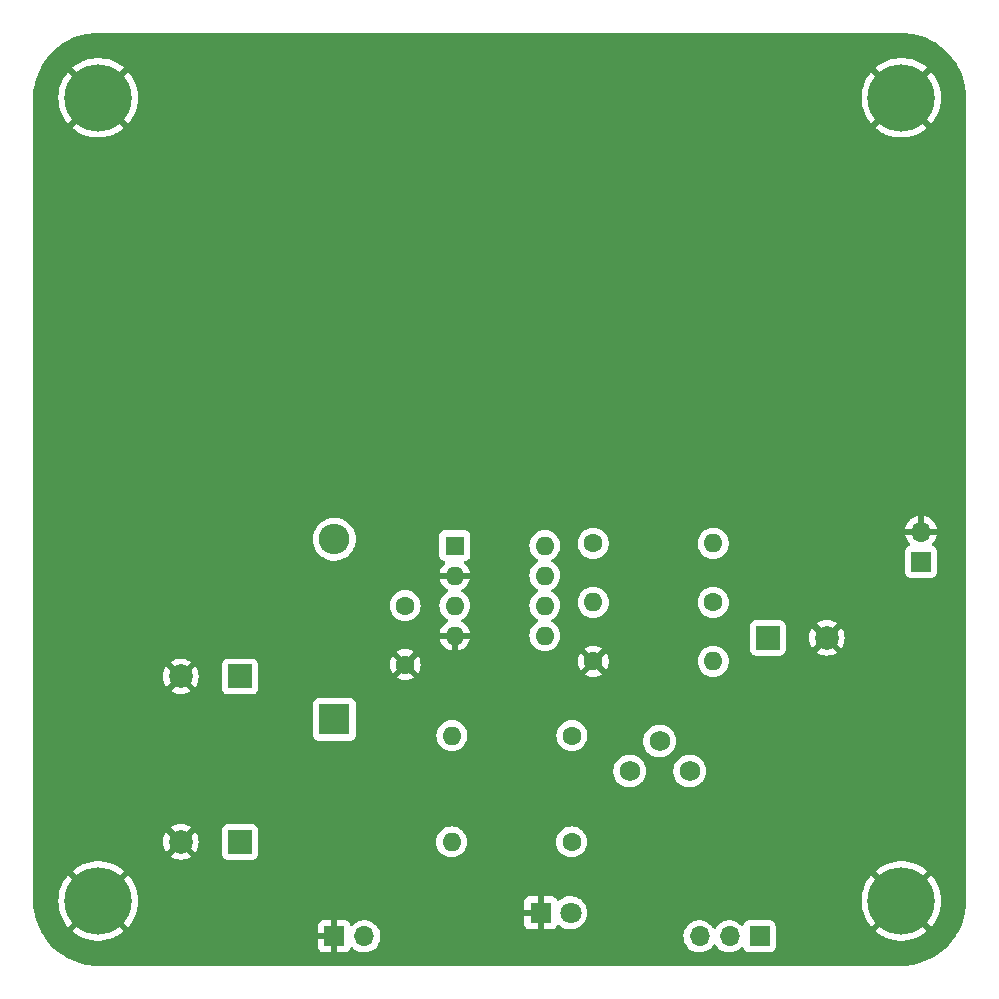
<source format=gbr>
%TF.GenerationSoftware,KiCad,Pcbnew,(6.0.10)*%
%TF.CreationDate,2023-02-21T22:54:33+08:00*%
%TF.ProjectId,LutrarmyMic_BatPwr,4c757472-6172-46d7-994d-69635f426174,rev?*%
%TF.SameCoordinates,Original*%
%TF.FileFunction,Copper,L2,Bot*%
%TF.FilePolarity,Positive*%
%FSLAX46Y46*%
G04 Gerber Fmt 4.6, Leading zero omitted, Abs format (unit mm)*
G04 Created by KiCad (PCBNEW (6.0.10)) date 2023-02-21 22:54:33*
%MOMM*%
%LPD*%
G01*
G04 APERTURE LIST*
%TA.AperFunction,ComponentPad*%
%ADD10C,5.700000*%
%TD*%
%TA.AperFunction,ComponentPad*%
%ADD11C,1.600000*%
%TD*%
%TA.AperFunction,ComponentPad*%
%ADD12O,1.600000X1.600000*%
%TD*%
%TA.AperFunction,ComponentPad*%
%ADD13R,2.000000X2.000000*%
%TD*%
%TA.AperFunction,ComponentPad*%
%ADD14C,2.000000*%
%TD*%
%TA.AperFunction,ComponentPad*%
%ADD15R,1.700000X1.700000*%
%TD*%
%TA.AperFunction,ComponentPad*%
%ADD16O,1.700000X1.700000*%
%TD*%
%TA.AperFunction,ComponentPad*%
%ADD17R,1.600000X1.600000*%
%TD*%
%TA.AperFunction,ComponentPad*%
%ADD18R,2.600000X2.600000*%
%TD*%
%TA.AperFunction,ComponentPad*%
%ADD19O,2.600000X2.600000*%
%TD*%
%TA.AperFunction,ComponentPad*%
%ADD20R,1.800000X1.800000*%
%TD*%
%TA.AperFunction,ComponentPad*%
%ADD21C,1.800000*%
%TD*%
%TA.AperFunction,ComponentPad*%
%ADD22C,1.750000*%
%TD*%
G04 APERTURE END LIST*
D10*
%TO.P,REF\u002A\u002A,1*%
%TO.N,GND*%
X186500000Y-134000000D03*
%TD*%
D11*
%TO.P,C2,1*%
%TO.N,Net-(C2-Pad1)*%
X144500000Y-109000000D03*
%TO.P,C2,2*%
%TO.N,GND*%
X144500000Y-114000000D03*
%TD*%
D10*
%TO.P,REF\u002A\u002A,1*%
%TO.N,GND*%
X118500000Y-134000000D03*
%TD*%
D11*
%TO.P,R3,1*%
%TO.N,Net-(R3-Pad1)*%
X160420000Y-103720000D03*
D12*
%TO.P,R3,2*%
%TO.N,Net-(L1-Pad1)*%
X170580000Y-103720000D03*
%TD*%
D13*
%TO.P,C4,1*%
%TO.N,Net-(C4-Pad1)*%
X130500000Y-129000000D03*
D14*
%TO.P,C4,2*%
%TO.N,GND*%
X125500000Y-129000000D03*
%TD*%
D11*
%TO.P,R5,1*%
%TO.N,Net-(D2-Pad2)*%
X158585000Y-129000000D03*
D12*
%TO.P,R5,2*%
%TO.N,Net-(C4-Pad1)*%
X148425000Y-129000000D03*
%TD*%
D15*
%TO.P,BT1,1,+*%
%TO.N,+9V*%
X188182500Y-105270000D03*
D16*
%TO.P,BT1,2,-*%
%TO.N,GND*%
X188182500Y-102730000D03*
%TD*%
D13*
%TO.P,C3,1*%
%TO.N,Net-(C3-Pad1)*%
X130500000Y-115000000D03*
D14*
%TO.P,C3,2*%
%TO.N,GND*%
X125500000Y-115000000D03*
%TD*%
D10*
%TO.P,REF\u002A\u002A,1*%
%TO.N,GND*%
X186500000Y-66000000D03*
%TD*%
D11*
%TO.P,R4,1*%
%TO.N,Net-(R4-Pad1)*%
X158615000Y-120000000D03*
D12*
%TO.P,R4,2*%
%TO.N,Net-(C3-Pad1)*%
X148455000Y-120000000D03*
%TD*%
D17*
%TO.P,U1,1,SwC*%
%TO.N,Net-(D1-Pad2)*%
X148700000Y-103920000D03*
D12*
%TO.P,U1,2,SwE*%
%TO.N,GND*%
X148700000Y-106460000D03*
%TO.P,U1,3,TC*%
%TO.N,Net-(C2-Pad1)*%
X148700000Y-109000000D03*
%TO.P,U1,4,GND*%
%TO.N,GND*%
X148700000Y-111540000D03*
%TO.P,U1,5,Vfb*%
%TO.N,Net-(R2-Pad2)*%
X156320000Y-111540000D03*
%TO.P,U1,6,Vin*%
%TO.N,Net-(C1-Pad1)*%
X156320000Y-109000000D03*
%TO.P,U1,7,Ipk*%
%TO.N,Net-(L1-Pad1)*%
X156320000Y-106460000D03*
%TO.P,U1,8,DC*%
%TO.N,Net-(R3-Pad1)*%
X156320000Y-103920000D03*
%TD*%
D15*
%TO.P,SW1,1,A*%
%TO.N,unconnected-(SW1-Pad1)*%
X174500000Y-137000000D03*
D16*
%TO.P,SW1,2,B*%
%TO.N,+9V*%
X171960000Y-137000000D03*
%TO.P,SW1,3,C*%
%TO.N,Net-(C1-Pad1)*%
X169420000Y-137000000D03*
%TD*%
D11*
%TO.P,R1,1*%
%TO.N,Net-(L1-Pad1)*%
X170580000Y-108720000D03*
D12*
%TO.P,R1,2*%
%TO.N,Net-(C1-Pad1)*%
X160420000Y-108720000D03*
%TD*%
D18*
%TO.P,D1,1,K*%
%TO.N,Net-(C3-Pad1)*%
X138500000Y-118620000D03*
D19*
%TO.P,D1,2,A*%
%TO.N,Net-(D1-Pad2)*%
X138500000Y-103380000D03*
%TD*%
D15*
%TO.P,J1,1,Pin_1*%
%TO.N,GND*%
X138500000Y-137000000D03*
D16*
%TO.P,J1,2,Pin_2*%
%TO.N,Net-(C4-Pad1)*%
X141040000Y-137000000D03*
%TD*%
D20*
%TO.P,D2,1,K*%
%TO.N,GND*%
X155960000Y-135000000D03*
D21*
%TO.P,D2,2,A*%
%TO.N,Net-(D2-Pad2)*%
X158500000Y-135000000D03*
%TD*%
D13*
%TO.P,C1,1*%
%TO.N,Net-(C1-Pad1)*%
X175190907Y-111720000D03*
D14*
%TO.P,C1,2*%
%TO.N,GND*%
X180190907Y-111720000D03*
%TD*%
D10*
%TO.P,REF\u002A\u002A,1*%
%TO.N,GND*%
X118500000Y-66000000D03*
%TD*%
D22*
%TO.P,RV1,1,1*%
%TO.N,unconnected-(RV1-Pad1)*%
X163500000Y-123000000D03*
%TO.P,RV1,2,2*%
%TO.N,Net-(R4-Pad1)*%
X166040000Y-120460000D03*
%TO.P,RV1,3,3*%
%TO.N,Net-(R2-Pad2)*%
X168580000Y-123000000D03*
%TD*%
D11*
%TO.P,R2,1*%
%TO.N,GND*%
X160420000Y-113720000D03*
D12*
%TO.P,R2,2*%
%TO.N,Net-(R2-Pad2)*%
X170580000Y-113720000D03*
%TD*%
%TA.AperFunction,Conductor*%
%TO.N,GND*%
G36*
X186470018Y-60510000D02*
G01*
X186484851Y-60512310D01*
X186484855Y-60512310D01*
X186493724Y-60513691D01*
X186514664Y-60510953D01*
X186536202Y-60509997D01*
X186724026Y-60517766D01*
X186948278Y-60527041D01*
X186958656Y-60527901D01*
X187234674Y-60562307D01*
X187398702Y-60582753D01*
X187408967Y-60584465D01*
X187572054Y-60618661D01*
X187842976Y-60675467D01*
X187853072Y-60678023D01*
X188278101Y-60804561D01*
X188287938Y-60807938D01*
X188701081Y-60969147D01*
X188710581Y-60973314D01*
X189108983Y-61168081D01*
X189118141Y-61173037D01*
X189499085Y-61400030D01*
X189507804Y-61405726D01*
X189868705Y-61663405D01*
X189876923Y-61669801D01*
X190215326Y-61956413D01*
X190222987Y-61963467D01*
X190536533Y-62277013D01*
X190543587Y-62284674D01*
X190830199Y-62623077D01*
X190836595Y-62631295D01*
X191094274Y-62992196D01*
X191099970Y-63000915D01*
X191326963Y-63381859D01*
X191331918Y-63391015D01*
X191366926Y-63462624D01*
X191526682Y-63789411D01*
X191530853Y-63798919D01*
X191692062Y-64212062D01*
X191695439Y-64221899D01*
X191821977Y-64646928D01*
X191824533Y-64657024D01*
X191879573Y-64919521D01*
X191915534Y-65091030D01*
X191917248Y-65101302D01*
X191972099Y-65541344D01*
X191972959Y-65551722D01*
X191989694Y-65956335D01*
X191988302Y-65980920D01*
X191986309Y-65993724D01*
X191987473Y-66002626D01*
X191987473Y-66002628D01*
X191990436Y-66025283D01*
X191991500Y-66041621D01*
X191991500Y-133950633D01*
X191990000Y-133970018D01*
X191987690Y-133984851D01*
X191987690Y-133984855D01*
X191986309Y-133993724D01*
X191989047Y-134014659D01*
X191990003Y-134036205D01*
X191972959Y-134448278D01*
X191972099Y-134458656D01*
X191917248Y-134898698D01*
X191915535Y-134908967D01*
X191884241Y-135058215D01*
X191824533Y-135342976D01*
X191821977Y-135353072D01*
X191695439Y-135778101D01*
X191692062Y-135787938D01*
X191530853Y-136201081D01*
X191526686Y-136210581D01*
X191359901Y-136551745D01*
X191331919Y-136608983D01*
X191326964Y-136618139D01*
X191254596Y-136739588D01*
X191099970Y-136999085D01*
X191094274Y-137007804D01*
X190836595Y-137368705D01*
X190830199Y-137376923D01*
X190543587Y-137715326D01*
X190536533Y-137722987D01*
X190222987Y-138036533D01*
X190215326Y-138043587D01*
X189876923Y-138330199D01*
X189868705Y-138336595D01*
X189507804Y-138594274D01*
X189499085Y-138599970D01*
X189118141Y-138826963D01*
X189108985Y-138831918D01*
X188710581Y-139026686D01*
X188701081Y-139030853D01*
X188287938Y-139192062D01*
X188278101Y-139195439D01*
X187853072Y-139321977D01*
X187842975Y-139324533D01*
X187408967Y-139415535D01*
X187398702Y-139417247D01*
X187234674Y-139437693D01*
X186958656Y-139472099D01*
X186948278Y-139472959D01*
X186770676Y-139480305D01*
X186543661Y-139489694D01*
X186519080Y-139488302D01*
X186506276Y-139486309D01*
X186497374Y-139487473D01*
X186497372Y-139487473D01*
X186482323Y-139489441D01*
X186474714Y-139490436D01*
X186458379Y-139491500D01*
X118549367Y-139491500D01*
X118529982Y-139490000D01*
X118515149Y-139487690D01*
X118515145Y-139487690D01*
X118506276Y-139486309D01*
X118485336Y-139489047D01*
X118463798Y-139490003D01*
X118275974Y-139482234D01*
X118051722Y-139472959D01*
X118041344Y-139472099D01*
X117765326Y-139437693D01*
X117601298Y-139417247D01*
X117591033Y-139415535D01*
X117157025Y-139324533D01*
X117146928Y-139321977D01*
X116721899Y-139195439D01*
X116712062Y-139192062D01*
X116298919Y-139030853D01*
X116289419Y-139026686D01*
X115891015Y-138831918D01*
X115881859Y-138826963D01*
X115500915Y-138599970D01*
X115492196Y-138594274D01*
X115131295Y-138336595D01*
X115123077Y-138330199D01*
X114784674Y-138043587D01*
X114777013Y-138036533D01*
X114635149Y-137894669D01*
X137142001Y-137894669D01*
X137142371Y-137901490D01*
X137147895Y-137952352D01*
X137151521Y-137967604D01*
X137196676Y-138088054D01*
X137205214Y-138103649D01*
X137281715Y-138205724D01*
X137294276Y-138218285D01*
X137396351Y-138294786D01*
X137411946Y-138303324D01*
X137532394Y-138348478D01*
X137547649Y-138352105D01*
X137598514Y-138357631D01*
X137605328Y-138358000D01*
X138227885Y-138358000D01*
X138243124Y-138353525D01*
X138244329Y-138352135D01*
X138246000Y-138344452D01*
X138246000Y-138339884D01*
X138754000Y-138339884D01*
X138758475Y-138355123D01*
X138759865Y-138356328D01*
X138767548Y-138357999D01*
X139394669Y-138357999D01*
X139401490Y-138357629D01*
X139452352Y-138352105D01*
X139467604Y-138348479D01*
X139588054Y-138303324D01*
X139603649Y-138294786D01*
X139705724Y-138218285D01*
X139718285Y-138205724D01*
X139794786Y-138103649D01*
X139803324Y-138088054D01*
X139844225Y-137978952D01*
X139886867Y-137922188D01*
X139953428Y-137897488D01*
X140022777Y-137912696D01*
X140057444Y-137940684D01*
X140082865Y-137970031D01*
X140082869Y-137970035D01*
X140086250Y-137973938D01*
X140258126Y-138116632D01*
X140451000Y-138229338D01*
X140659692Y-138309030D01*
X140664760Y-138310061D01*
X140664763Y-138310062D01*
X140763740Y-138330199D01*
X140878597Y-138353567D01*
X140883772Y-138353757D01*
X140883774Y-138353757D01*
X141096673Y-138361564D01*
X141096677Y-138361564D01*
X141101837Y-138361753D01*
X141106957Y-138361097D01*
X141106959Y-138361097D01*
X141318288Y-138334025D01*
X141318289Y-138334025D01*
X141323416Y-138333368D01*
X141333979Y-138330199D01*
X141532429Y-138270661D01*
X141532434Y-138270659D01*
X141537384Y-138269174D01*
X141737994Y-138170896D01*
X141919860Y-138041173D01*
X142078096Y-137883489D01*
X142137594Y-137800689D01*
X142205435Y-137706277D01*
X142208453Y-137702077D01*
X142229320Y-137659857D01*
X142305136Y-137506453D01*
X142305137Y-137506451D01*
X142307430Y-137501811D01*
X142351540Y-137356628D01*
X142370865Y-137293023D01*
X142370865Y-137293021D01*
X142372370Y-137288069D01*
X142401529Y-137066590D01*
X142401611Y-137063240D01*
X142403074Y-137003365D01*
X142403074Y-137003361D01*
X142403156Y-137000000D01*
X142400418Y-136966695D01*
X168057251Y-136966695D01*
X168057548Y-136971848D01*
X168057548Y-136971851D01*
X168063011Y-137066590D01*
X168070110Y-137189715D01*
X168071247Y-137194761D01*
X168071248Y-137194767D01*
X168085606Y-137258475D01*
X168119222Y-137407639D01*
X168203266Y-137614616D01*
X168240685Y-137675678D01*
X168317291Y-137800688D01*
X168319987Y-137805088D01*
X168466250Y-137973938D01*
X168638126Y-138116632D01*
X168831000Y-138229338D01*
X169039692Y-138309030D01*
X169044760Y-138310061D01*
X169044763Y-138310062D01*
X169143740Y-138330199D01*
X169258597Y-138353567D01*
X169263772Y-138353757D01*
X169263774Y-138353757D01*
X169476673Y-138361564D01*
X169476677Y-138361564D01*
X169481837Y-138361753D01*
X169486957Y-138361097D01*
X169486959Y-138361097D01*
X169698288Y-138334025D01*
X169698289Y-138334025D01*
X169703416Y-138333368D01*
X169713979Y-138330199D01*
X169912429Y-138270661D01*
X169912434Y-138270659D01*
X169917384Y-138269174D01*
X170117994Y-138170896D01*
X170299860Y-138041173D01*
X170458096Y-137883489D01*
X170517594Y-137800689D01*
X170588453Y-137702077D01*
X170589776Y-137703028D01*
X170636645Y-137659857D01*
X170706580Y-137647625D01*
X170772026Y-137675144D01*
X170799875Y-137706994D01*
X170859987Y-137805088D01*
X171006250Y-137973938D01*
X171178126Y-138116632D01*
X171371000Y-138229338D01*
X171579692Y-138309030D01*
X171584760Y-138310061D01*
X171584763Y-138310062D01*
X171683740Y-138330199D01*
X171798597Y-138353567D01*
X171803772Y-138353757D01*
X171803774Y-138353757D01*
X172016673Y-138361564D01*
X172016677Y-138361564D01*
X172021837Y-138361753D01*
X172026957Y-138361097D01*
X172026959Y-138361097D01*
X172238288Y-138334025D01*
X172238289Y-138334025D01*
X172243416Y-138333368D01*
X172253979Y-138330199D01*
X172452429Y-138270661D01*
X172452434Y-138270659D01*
X172457384Y-138269174D01*
X172657994Y-138170896D01*
X172839860Y-138041173D01*
X172948091Y-137933319D01*
X173010462Y-137899404D01*
X173081268Y-137904592D01*
X173138030Y-137947238D01*
X173155012Y-137978341D01*
X173177201Y-138037529D01*
X173199385Y-138096705D01*
X173286739Y-138213261D01*
X173403295Y-138300615D01*
X173539684Y-138351745D01*
X173601866Y-138358500D01*
X175398134Y-138358500D01*
X175460316Y-138351745D01*
X175596705Y-138300615D01*
X175713261Y-138213261D01*
X175800615Y-138096705D01*
X175851745Y-137960316D01*
X175858500Y-137898134D01*
X175858500Y-136551745D01*
X184313795Y-136551745D01*
X184313871Y-136552815D01*
X184317055Y-136557648D01*
X184597342Y-136772720D01*
X184602972Y-136776575D01*
X184907929Y-136961992D01*
X184913931Y-136965210D01*
X185237139Y-137116611D01*
X185243444Y-137119159D01*
X185581117Y-137234771D01*
X185587668Y-137236624D01*
X185935838Y-137315087D01*
X185942557Y-137316224D01*
X186297174Y-137356628D01*
X186303964Y-137357031D01*
X186660865Y-137358899D01*
X186667666Y-137358567D01*
X187022686Y-137321880D01*
X187029414Y-137320814D01*
X187378402Y-137245997D01*
X187384950Y-137244218D01*
X187723820Y-137132147D01*
X187730162Y-137129661D01*
X188054921Y-136981660D01*
X188060975Y-136978495D01*
X188367839Y-136796293D01*
X188373520Y-136792490D01*
X188658918Y-136578207D01*
X188664145Y-136573821D01*
X188676988Y-136561803D01*
X188685057Y-136548123D01*
X188685029Y-136547398D01*
X188679887Y-136539097D01*
X186512812Y-134372022D01*
X186498868Y-134364408D01*
X186497035Y-134364539D01*
X186490420Y-134368790D01*
X184321409Y-136537801D01*
X184313795Y-136551745D01*
X175858500Y-136551745D01*
X175858500Y-136101866D01*
X175851745Y-136039684D01*
X175800615Y-135903295D01*
X175713261Y-135786739D01*
X175596705Y-135699385D01*
X175460316Y-135648255D01*
X175398134Y-135641500D01*
X173601866Y-135641500D01*
X173539684Y-135648255D01*
X173403295Y-135699385D01*
X173286739Y-135786739D01*
X173199385Y-135903295D01*
X173196233Y-135911703D01*
X173154919Y-136021907D01*
X173112277Y-136078671D01*
X173045716Y-136103371D01*
X172976367Y-136088163D01*
X172943743Y-136062476D01*
X172893151Y-136006875D01*
X172893142Y-136006866D01*
X172889670Y-136003051D01*
X172885619Y-135999852D01*
X172885615Y-135999848D01*
X172718414Y-135867800D01*
X172718410Y-135867798D01*
X172714359Y-135864598D01*
X172518789Y-135756638D01*
X172513920Y-135754914D01*
X172513916Y-135754912D01*
X172313087Y-135683795D01*
X172313083Y-135683794D01*
X172308212Y-135682069D01*
X172303119Y-135681162D01*
X172303116Y-135681161D01*
X172093373Y-135643800D01*
X172093367Y-135643799D01*
X172088284Y-135642894D01*
X172014452Y-135641992D01*
X171870081Y-135640228D01*
X171870079Y-135640228D01*
X171864911Y-135640165D01*
X171644091Y-135673955D01*
X171431756Y-135743357D01*
X171353455Y-135784118D01*
X171256252Y-135834719D01*
X171233607Y-135846507D01*
X171229474Y-135849610D01*
X171229471Y-135849612D01*
X171059100Y-135977530D01*
X171054965Y-135980635D01*
X171027110Y-136009784D01*
X170961280Y-136078671D01*
X170900629Y-136142138D01*
X170793201Y-136299621D01*
X170738293Y-136344621D01*
X170667768Y-136352792D01*
X170604021Y-136321538D01*
X170583324Y-136297054D01*
X170502822Y-136172617D01*
X170502820Y-136172614D01*
X170500014Y-136168277D01*
X170349670Y-136003051D01*
X170345619Y-135999852D01*
X170345615Y-135999848D01*
X170178414Y-135867800D01*
X170178410Y-135867798D01*
X170174359Y-135864598D01*
X169978789Y-135756638D01*
X169973920Y-135754914D01*
X169973916Y-135754912D01*
X169773087Y-135683795D01*
X169773083Y-135683794D01*
X169768212Y-135682069D01*
X169763119Y-135681162D01*
X169763116Y-135681161D01*
X169553373Y-135643800D01*
X169553367Y-135643799D01*
X169548284Y-135642894D01*
X169474452Y-135641992D01*
X169330081Y-135640228D01*
X169330079Y-135640228D01*
X169324911Y-135640165D01*
X169104091Y-135673955D01*
X168891756Y-135743357D01*
X168813455Y-135784118D01*
X168716252Y-135834719D01*
X168693607Y-135846507D01*
X168689474Y-135849610D01*
X168689471Y-135849612D01*
X168519100Y-135977530D01*
X168514965Y-135980635D01*
X168487110Y-136009784D01*
X168421280Y-136078671D01*
X168360629Y-136142138D01*
X168357720Y-136146403D01*
X168357714Y-136146411D01*
X168332974Y-136182678D01*
X168234743Y-136326680D01*
X168140688Y-136529305D01*
X168080989Y-136744570D01*
X168057251Y-136966695D01*
X142400418Y-136966695D01*
X142384852Y-136777361D01*
X142330431Y-136560702D01*
X142241354Y-136355840D01*
X142129386Y-136182764D01*
X142122822Y-136172617D01*
X142122820Y-136172614D01*
X142120014Y-136168277D01*
X141969670Y-136003051D01*
X141965619Y-135999852D01*
X141965615Y-135999848D01*
X141895747Y-135944669D01*
X154552001Y-135944669D01*
X154552371Y-135951490D01*
X154557895Y-136002352D01*
X154561521Y-136017604D01*
X154606676Y-136138054D01*
X154615214Y-136153649D01*
X154691715Y-136255724D01*
X154704276Y-136268285D01*
X154806351Y-136344786D01*
X154821946Y-136353324D01*
X154942394Y-136398478D01*
X154957649Y-136402105D01*
X155008514Y-136407631D01*
X155015328Y-136408000D01*
X155687885Y-136408000D01*
X155703124Y-136403525D01*
X155704329Y-136402135D01*
X155706000Y-136394452D01*
X155706000Y-136389884D01*
X156214000Y-136389884D01*
X156218475Y-136405123D01*
X156219865Y-136406328D01*
X156227548Y-136407999D01*
X156904669Y-136407999D01*
X156911490Y-136407629D01*
X156962352Y-136402105D01*
X156977604Y-136398479D01*
X157098054Y-136353324D01*
X157113649Y-136344786D01*
X157215724Y-136268285D01*
X157228285Y-136255724D01*
X157304786Y-136153649D01*
X157313324Y-136138054D01*
X157334773Y-136080840D01*
X157377415Y-136024075D01*
X157443977Y-135999376D01*
X157513325Y-136014584D01*
X157533240Y-136028126D01*
X157675706Y-136146403D01*
X157689349Y-136157730D01*
X157889322Y-136274584D01*
X158105694Y-136357209D01*
X158110760Y-136358240D01*
X158110761Y-136358240D01*
X158122312Y-136360590D01*
X158332656Y-136403385D01*
X158463324Y-136408176D01*
X158558949Y-136411683D01*
X158558953Y-136411683D01*
X158564113Y-136411872D01*
X158569233Y-136411216D01*
X158569235Y-136411216D01*
X158668668Y-136398478D01*
X158793847Y-136382442D01*
X158798795Y-136380957D01*
X158798802Y-136380956D01*
X159010747Y-136317369D01*
X159015690Y-136315886D01*
X159020324Y-136313616D01*
X159219049Y-136216262D01*
X159219052Y-136216260D01*
X159223684Y-136213991D01*
X159412243Y-136079494D01*
X159576303Y-135916005D01*
X159711458Y-135727917D01*
X159715891Y-135718949D01*
X159811784Y-135524922D01*
X159811785Y-135524920D01*
X159814078Y-135520280D01*
X159881408Y-135298671D01*
X159911640Y-135069041D01*
X159913327Y-135000000D01*
X159905424Y-134903871D01*
X159894773Y-134774318D01*
X159894772Y-134774312D01*
X159894349Y-134769167D01*
X159837925Y-134544533D01*
X159770677Y-134389873D01*
X159747630Y-134336868D01*
X159747628Y-134336865D01*
X159745570Y-134332131D01*
X159619764Y-134137665D01*
X159486907Y-133991657D01*
X183137260Y-133991657D01*
X183155318Y-134348127D01*
X183156028Y-134354883D01*
X183212478Y-134707305D01*
X183213917Y-134713960D01*
X183308094Y-135058215D01*
X183310243Y-135064676D01*
X183441053Y-135396756D01*
X183443884Y-135402939D01*
X183609792Y-135718949D01*
X183613275Y-135724791D01*
X183812340Y-136021031D01*
X183816442Y-136026475D01*
X183940942Y-136174322D01*
X183953680Y-136182764D01*
X183964124Y-136176666D01*
X186127978Y-134012812D01*
X186134356Y-134001132D01*
X186864408Y-134001132D01*
X186864539Y-134002965D01*
X186868790Y-134009580D01*
X189034463Y-136175253D01*
X189048060Y-136182678D01*
X189057669Y-136175981D01*
X189162197Y-136054457D01*
X189166346Y-136049069D01*
X189368503Y-135754929D01*
X189372050Y-135749118D01*
X189541250Y-135434879D01*
X189544157Y-135428701D01*
X189678435Y-135098016D01*
X189680649Y-135091586D01*
X189778427Y-134748331D01*
X189779934Y-134741701D01*
X189840073Y-134389873D01*
X189840853Y-134383133D01*
X189862740Y-134025275D01*
X189862856Y-134021673D01*
X189862926Y-134001820D01*
X189862834Y-133998193D01*
X189843446Y-133640208D01*
X189842711Y-133633442D01*
X189785034Y-133281233D01*
X189783567Y-133274561D01*
X189688194Y-132930655D01*
X189686020Y-132924192D01*
X189554053Y-132592575D01*
X189551197Y-132586395D01*
X189384194Y-132270981D01*
X189380682Y-132265137D01*
X189180588Y-131969598D01*
X189176467Y-131964170D01*
X189059041Y-131825704D01*
X189046215Y-131817267D01*
X189035890Y-131823320D01*
X186872022Y-133987188D01*
X186864408Y-134001132D01*
X186134356Y-134001132D01*
X186135592Y-133998868D01*
X186135461Y-133997035D01*
X186131210Y-133990420D01*
X183965527Y-131824737D01*
X183951990Y-131817345D01*
X183942289Y-131824132D01*
X183830649Y-131954847D01*
X183826515Y-131960255D01*
X183625394Y-132255086D01*
X183621859Y-132260923D01*
X183453754Y-132575757D01*
X183450878Y-132581926D01*
X183317754Y-132913081D01*
X183315561Y-132919521D01*
X183218979Y-133263121D01*
X183217496Y-133269756D01*
X183158589Y-133621773D01*
X183157830Y-133628545D01*
X183137284Y-133984862D01*
X183137260Y-133991657D01*
X159486907Y-133991657D01*
X159463887Y-133966358D01*
X159459836Y-133963159D01*
X159459832Y-133963155D01*
X159286177Y-133826011D01*
X159286172Y-133826008D01*
X159282123Y-133822810D01*
X159277607Y-133820317D01*
X159277604Y-133820315D01*
X159083879Y-133713373D01*
X159083875Y-133713371D01*
X159079355Y-133710876D01*
X159074486Y-133709152D01*
X159074482Y-133709150D01*
X158865903Y-133635288D01*
X158865899Y-133635287D01*
X158861028Y-133633562D01*
X158855935Y-133632655D01*
X158855932Y-133632654D01*
X158638095Y-133593851D01*
X158638089Y-133593850D01*
X158633006Y-133592945D01*
X158555644Y-133592000D01*
X158406581Y-133590179D01*
X158406579Y-133590179D01*
X158401411Y-133590116D01*
X158172464Y-133625150D01*
X157952314Y-133697106D01*
X157947726Y-133699494D01*
X157947722Y-133699496D01*
X157751461Y-133801663D01*
X157746872Y-133804052D01*
X157742739Y-133807155D01*
X157742736Y-133807157D01*
X157565790Y-133940012D01*
X157561655Y-133943117D01*
X157545153Y-133960386D01*
X157543787Y-133961815D01*
X157482263Y-133997245D01*
X157411351Y-133993788D01*
X157353564Y-133952543D01*
X157334711Y-133918994D01*
X157313324Y-133861946D01*
X157304786Y-133846351D01*
X157228285Y-133744276D01*
X157215724Y-133731715D01*
X157113649Y-133655214D01*
X157098054Y-133646676D01*
X156977606Y-133601522D01*
X156962351Y-133597895D01*
X156911486Y-133592369D01*
X156904672Y-133592000D01*
X156232115Y-133592000D01*
X156216876Y-133596475D01*
X156215671Y-133597865D01*
X156214000Y-133605548D01*
X156214000Y-136389884D01*
X155706000Y-136389884D01*
X155706000Y-135272115D01*
X155701525Y-135256876D01*
X155700135Y-135255671D01*
X155692452Y-135254000D01*
X154570116Y-135254000D01*
X154554877Y-135258475D01*
X154553672Y-135259865D01*
X154552001Y-135267548D01*
X154552001Y-135944669D01*
X141895747Y-135944669D01*
X141798414Y-135867800D01*
X141798410Y-135867798D01*
X141794359Y-135864598D01*
X141598789Y-135756638D01*
X141593920Y-135754914D01*
X141593916Y-135754912D01*
X141393087Y-135683795D01*
X141393083Y-135683794D01*
X141388212Y-135682069D01*
X141383119Y-135681162D01*
X141383116Y-135681161D01*
X141173373Y-135643800D01*
X141173367Y-135643799D01*
X141168284Y-135642894D01*
X141094452Y-135641992D01*
X140950081Y-135640228D01*
X140950079Y-135640228D01*
X140944911Y-135640165D01*
X140724091Y-135673955D01*
X140511756Y-135743357D01*
X140433455Y-135784118D01*
X140336252Y-135834719D01*
X140313607Y-135846507D01*
X140309474Y-135849610D01*
X140309471Y-135849612D01*
X140139100Y-135977530D01*
X140134965Y-135980635D01*
X140131393Y-135984373D01*
X140053898Y-136065466D01*
X139992374Y-136100895D01*
X139921462Y-136097438D01*
X139863676Y-136056192D01*
X139844823Y-136022644D01*
X139803324Y-135911946D01*
X139794786Y-135896351D01*
X139718285Y-135794276D01*
X139705724Y-135781715D01*
X139603649Y-135705214D01*
X139588054Y-135696676D01*
X139467606Y-135651522D01*
X139452351Y-135647895D01*
X139401486Y-135642369D01*
X139394672Y-135642000D01*
X138772115Y-135642000D01*
X138756876Y-135646475D01*
X138755671Y-135647865D01*
X138754000Y-135655548D01*
X138754000Y-138339884D01*
X138246000Y-138339884D01*
X138246000Y-137272115D01*
X138241525Y-137256876D01*
X138240135Y-137255671D01*
X138232452Y-137254000D01*
X137160116Y-137254000D01*
X137144877Y-137258475D01*
X137143672Y-137259865D01*
X137142001Y-137267548D01*
X137142001Y-137894669D01*
X114635149Y-137894669D01*
X114463467Y-137722987D01*
X114456413Y-137715326D01*
X114169801Y-137376923D01*
X114163405Y-137368705D01*
X113905726Y-137007804D01*
X113900030Y-136999085D01*
X113745404Y-136739588D01*
X113673036Y-136618139D01*
X113668081Y-136608983D01*
X113640099Y-136551745D01*
X116313795Y-136551745D01*
X116313871Y-136552815D01*
X116317055Y-136557648D01*
X116597342Y-136772720D01*
X116602972Y-136776575D01*
X116907929Y-136961992D01*
X116913931Y-136965210D01*
X117237139Y-137116611D01*
X117243444Y-137119159D01*
X117581117Y-137234771D01*
X117587668Y-137236624D01*
X117935838Y-137315087D01*
X117942557Y-137316224D01*
X118297174Y-137356628D01*
X118303964Y-137357031D01*
X118660865Y-137358899D01*
X118667666Y-137358567D01*
X119022686Y-137321880D01*
X119029414Y-137320814D01*
X119378402Y-137245997D01*
X119384950Y-137244218D01*
X119723820Y-137132147D01*
X119730162Y-137129661D01*
X120054921Y-136981660D01*
X120060975Y-136978495D01*
X120367839Y-136796293D01*
X120373520Y-136792490D01*
X120459566Y-136727885D01*
X137142000Y-136727885D01*
X137146475Y-136743124D01*
X137147865Y-136744329D01*
X137155548Y-136746000D01*
X138227885Y-136746000D01*
X138243124Y-136741525D01*
X138244329Y-136740135D01*
X138246000Y-136732452D01*
X138246000Y-135660116D01*
X138241525Y-135644877D01*
X138240135Y-135643672D01*
X138232452Y-135642001D01*
X137605331Y-135642001D01*
X137598510Y-135642371D01*
X137547648Y-135647895D01*
X137532396Y-135651521D01*
X137411946Y-135696676D01*
X137396351Y-135705214D01*
X137294276Y-135781715D01*
X137281715Y-135794276D01*
X137205214Y-135896351D01*
X137196676Y-135911946D01*
X137151522Y-136032394D01*
X137147895Y-136047649D01*
X137142369Y-136098514D01*
X137142000Y-136105328D01*
X137142000Y-136727885D01*
X120459566Y-136727885D01*
X120658918Y-136578207D01*
X120664145Y-136573821D01*
X120676988Y-136561803D01*
X120685057Y-136548123D01*
X120685029Y-136547398D01*
X120679887Y-136539097D01*
X118512812Y-134372022D01*
X118498868Y-134364408D01*
X118497035Y-134364539D01*
X118490420Y-134368790D01*
X116321409Y-136537801D01*
X116313795Y-136551745D01*
X113640099Y-136551745D01*
X113473314Y-136210581D01*
X113469147Y-136201081D01*
X113307938Y-135787938D01*
X113304561Y-135778101D01*
X113178023Y-135353072D01*
X113175467Y-135342976D01*
X113115759Y-135058215D01*
X113084465Y-134908967D01*
X113082752Y-134898698D01*
X113027901Y-134458656D01*
X113027041Y-134448278D01*
X113010462Y-134047439D01*
X113012100Y-134021329D01*
X113012769Y-134017351D01*
X113012770Y-134017345D01*
X113013576Y-134012552D01*
X113013729Y-134000000D01*
X113012534Y-133991657D01*
X115137260Y-133991657D01*
X115155318Y-134348127D01*
X115156028Y-134354883D01*
X115212478Y-134707305D01*
X115213917Y-134713960D01*
X115308094Y-135058215D01*
X115310243Y-135064676D01*
X115441053Y-135396756D01*
X115443884Y-135402939D01*
X115609792Y-135718949D01*
X115613275Y-135724791D01*
X115812340Y-136021031D01*
X115816442Y-136026475D01*
X115940942Y-136174322D01*
X115953680Y-136182764D01*
X115964124Y-136176666D01*
X118127978Y-134012812D01*
X118134356Y-134001132D01*
X118864408Y-134001132D01*
X118864539Y-134002965D01*
X118868790Y-134009580D01*
X121034463Y-136175253D01*
X121048060Y-136182678D01*
X121057669Y-136175981D01*
X121162197Y-136054457D01*
X121166346Y-136049069D01*
X121368503Y-135754929D01*
X121372050Y-135749118D01*
X121541250Y-135434879D01*
X121544157Y-135428701D01*
X121678435Y-135098016D01*
X121680649Y-135091586D01*
X121778427Y-134748331D01*
X121779934Y-134741701D01*
X121782296Y-134727885D01*
X154552000Y-134727885D01*
X154556475Y-134743124D01*
X154557865Y-134744329D01*
X154565548Y-134746000D01*
X155687885Y-134746000D01*
X155703124Y-134741525D01*
X155704329Y-134740135D01*
X155706000Y-134732452D01*
X155706000Y-133610116D01*
X155701525Y-133594877D01*
X155700135Y-133593672D01*
X155692452Y-133592001D01*
X155015331Y-133592001D01*
X155008510Y-133592371D01*
X154957648Y-133597895D01*
X154942396Y-133601521D01*
X154821946Y-133646676D01*
X154806351Y-133655214D01*
X154704276Y-133731715D01*
X154691715Y-133744276D01*
X154615214Y-133846351D01*
X154606676Y-133861946D01*
X154561522Y-133982394D01*
X154557895Y-133997649D01*
X154552369Y-134048514D01*
X154552000Y-134055328D01*
X154552000Y-134727885D01*
X121782296Y-134727885D01*
X121840073Y-134389873D01*
X121840853Y-134383133D01*
X121862740Y-134025275D01*
X121862856Y-134021673D01*
X121862926Y-134001820D01*
X121862834Y-133998193D01*
X121843446Y-133640208D01*
X121842711Y-133633442D01*
X121785034Y-133281233D01*
X121783567Y-133274561D01*
X121688194Y-132930655D01*
X121686020Y-132924192D01*
X121554053Y-132592575D01*
X121551197Y-132586395D01*
X121384194Y-132270981D01*
X121380682Y-132265137D01*
X121180588Y-131969598D01*
X121176467Y-131964170D01*
X121059041Y-131825704D01*
X121046215Y-131817267D01*
X121035890Y-131823320D01*
X118872022Y-133987188D01*
X118864408Y-134001132D01*
X118134356Y-134001132D01*
X118135592Y-133998868D01*
X118135461Y-133997035D01*
X118131210Y-133990420D01*
X115965527Y-131824737D01*
X115951990Y-131817345D01*
X115942289Y-131824132D01*
X115830649Y-131954847D01*
X115826515Y-131960255D01*
X115625394Y-132255086D01*
X115621859Y-132260923D01*
X115453754Y-132575757D01*
X115450878Y-132581926D01*
X115317754Y-132913081D01*
X115315561Y-132919521D01*
X115218979Y-133263121D01*
X115217496Y-133269756D01*
X115158589Y-133621773D01*
X115157830Y-133628545D01*
X115137284Y-133984862D01*
X115137260Y-133991657D01*
X113012534Y-133991657D01*
X113009773Y-133972376D01*
X113008500Y-133954514D01*
X113008500Y-131451492D01*
X116314580Y-131451492D01*
X116314615Y-131452333D01*
X116319667Y-131460457D01*
X118487188Y-133627978D01*
X118501132Y-133635592D01*
X118502965Y-133635461D01*
X118509580Y-133631210D01*
X120678166Y-131462624D01*
X120684245Y-131451492D01*
X184314580Y-131451492D01*
X184314615Y-131452333D01*
X184319667Y-131460457D01*
X186487188Y-133627978D01*
X186501132Y-133635592D01*
X186502965Y-133635461D01*
X186509580Y-133631210D01*
X188678166Y-131462624D01*
X188685780Y-131448680D01*
X188685712Y-131447723D01*
X188680771Y-131440251D01*
X188676870Y-131436931D01*
X188392958Y-131220649D01*
X188387332Y-131216825D01*
X188081722Y-131032469D01*
X188075710Y-131029272D01*
X187751966Y-130878995D01*
X187745666Y-130876475D01*
X187407595Y-130762045D01*
X187401017Y-130760209D01*
X187052592Y-130682965D01*
X187045857Y-130681850D01*
X186691106Y-130642685D01*
X186684324Y-130642306D01*
X186327395Y-130641683D01*
X186320622Y-130642038D01*
X185965714Y-130679966D01*
X185959005Y-130681053D01*
X185610289Y-130757086D01*
X185603714Y-130758897D01*
X185265250Y-130872145D01*
X185258928Y-130874648D01*
X184934680Y-131023785D01*
X184928637Y-131026971D01*
X184622404Y-131210248D01*
X184616744Y-131214066D01*
X184332094Y-131429346D01*
X184326891Y-131433742D01*
X184322601Y-131437785D01*
X184314580Y-131451492D01*
X120684245Y-131451492D01*
X120685780Y-131448680D01*
X120685712Y-131447723D01*
X120680771Y-131440251D01*
X120676870Y-131436931D01*
X120392958Y-131220649D01*
X120387332Y-131216825D01*
X120081722Y-131032469D01*
X120075710Y-131029272D01*
X119751966Y-130878995D01*
X119745666Y-130876475D01*
X119407595Y-130762045D01*
X119401017Y-130760209D01*
X119052592Y-130682965D01*
X119045857Y-130681850D01*
X118691106Y-130642685D01*
X118684324Y-130642306D01*
X118327395Y-130641683D01*
X118320622Y-130642038D01*
X117965714Y-130679966D01*
X117959005Y-130681053D01*
X117610289Y-130757086D01*
X117603714Y-130758897D01*
X117265250Y-130872145D01*
X117258928Y-130874648D01*
X116934680Y-131023785D01*
X116928637Y-131026971D01*
X116622404Y-131210248D01*
X116616744Y-131214066D01*
X116332094Y-131429346D01*
X116326891Y-131433742D01*
X116322601Y-131437785D01*
X116314580Y-131451492D01*
X113008500Y-131451492D01*
X113008500Y-130232670D01*
X124632160Y-130232670D01*
X124637887Y-130240320D01*
X124809042Y-130345205D01*
X124817837Y-130349687D01*
X125027988Y-130436734D01*
X125037373Y-130439783D01*
X125258554Y-130492885D01*
X125268301Y-130494428D01*
X125495070Y-130512275D01*
X125504930Y-130512275D01*
X125731699Y-130494428D01*
X125741446Y-130492885D01*
X125962627Y-130439783D01*
X125972012Y-130436734D01*
X126182163Y-130349687D01*
X126190958Y-130345205D01*
X126358445Y-130242568D01*
X126367907Y-130232110D01*
X126364124Y-130223334D01*
X126188924Y-130048134D01*
X128991500Y-130048134D01*
X128998255Y-130110316D01*
X129049385Y-130246705D01*
X129136739Y-130363261D01*
X129253295Y-130450615D01*
X129389684Y-130501745D01*
X129451866Y-130508500D01*
X131548134Y-130508500D01*
X131610316Y-130501745D01*
X131746705Y-130450615D01*
X131863261Y-130363261D01*
X131950615Y-130246705D01*
X132001745Y-130110316D01*
X132008500Y-130048134D01*
X132008500Y-129000000D01*
X147111502Y-129000000D01*
X147131457Y-129228087D01*
X147132881Y-129233400D01*
X147132881Y-129233402D01*
X147170025Y-129372022D01*
X147190716Y-129449243D01*
X147193039Y-129454224D01*
X147193039Y-129454225D01*
X147285151Y-129651762D01*
X147285154Y-129651767D01*
X147287477Y-129656749D01*
X147418802Y-129844300D01*
X147580700Y-130006198D01*
X147585208Y-130009355D01*
X147585211Y-130009357D01*
X147645442Y-130051531D01*
X147768251Y-130137523D01*
X147773233Y-130139846D01*
X147773238Y-130139849D01*
X147952274Y-130223334D01*
X147975757Y-130234284D01*
X147981065Y-130235706D01*
X147981067Y-130235707D01*
X148191598Y-130292119D01*
X148191600Y-130292119D01*
X148196913Y-130293543D01*
X148425000Y-130313498D01*
X148653087Y-130293543D01*
X148658400Y-130292119D01*
X148658402Y-130292119D01*
X148868933Y-130235707D01*
X148868935Y-130235706D01*
X148874243Y-130234284D01*
X148897726Y-130223334D01*
X149076762Y-130139849D01*
X149076767Y-130139846D01*
X149081749Y-130137523D01*
X149204558Y-130051531D01*
X149264789Y-130009357D01*
X149264792Y-130009355D01*
X149269300Y-130006198D01*
X149431198Y-129844300D01*
X149562523Y-129656749D01*
X149564846Y-129651767D01*
X149564849Y-129651762D01*
X149656961Y-129454225D01*
X149656961Y-129454224D01*
X149659284Y-129449243D01*
X149679976Y-129372022D01*
X149717119Y-129233402D01*
X149717119Y-129233400D01*
X149718543Y-129228087D01*
X149738498Y-129000000D01*
X157271502Y-129000000D01*
X157291457Y-129228087D01*
X157292881Y-129233400D01*
X157292881Y-129233402D01*
X157330025Y-129372022D01*
X157350716Y-129449243D01*
X157353039Y-129454224D01*
X157353039Y-129454225D01*
X157445151Y-129651762D01*
X157445154Y-129651767D01*
X157447477Y-129656749D01*
X157578802Y-129844300D01*
X157740700Y-130006198D01*
X157745208Y-130009355D01*
X157745211Y-130009357D01*
X157805442Y-130051531D01*
X157928251Y-130137523D01*
X157933233Y-130139846D01*
X157933238Y-130139849D01*
X158112274Y-130223334D01*
X158135757Y-130234284D01*
X158141065Y-130235706D01*
X158141067Y-130235707D01*
X158351598Y-130292119D01*
X158351600Y-130292119D01*
X158356913Y-130293543D01*
X158585000Y-130313498D01*
X158813087Y-130293543D01*
X158818400Y-130292119D01*
X158818402Y-130292119D01*
X159028933Y-130235707D01*
X159028935Y-130235706D01*
X159034243Y-130234284D01*
X159057726Y-130223334D01*
X159236762Y-130139849D01*
X159236767Y-130139846D01*
X159241749Y-130137523D01*
X159364558Y-130051531D01*
X159424789Y-130009357D01*
X159424792Y-130009355D01*
X159429300Y-130006198D01*
X159591198Y-129844300D01*
X159722523Y-129656749D01*
X159724846Y-129651767D01*
X159724849Y-129651762D01*
X159816961Y-129454225D01*
X159816961Y-129454224D01*
X159819284Y-129449243D01*
X159839976Y-129372022D01*
X159877119Y-129233402D01*
X159877119Y-129233400D01*
X159878543Y-129228087D01*
X159898498Y-129000000D01*
X159878543Y-128771913D01*
X159877119Y-128766598D01*
X159820707Y-128556067D01*
X159820706Y-128556065D01*
X159819284Y-128550757D01*
X159808667Y-128527988D01*
X159724849Y-128348238D01*
X159724846Y-128348233D01*
X159722523Y-128343251D01*
X159591198Y-128155700D01*
X159429300Y-127993802D01*
X159424792Y-127990645D01*
X159424789Y-127990643D01*
X159291824Y-127897540D01*
X159241749Y-127862477D01*
X159236767Y-127860154D01*
X159236762Y-127860151D01*
X159039225Y-127768039D01*
X159039224Y-127768039D01*
X159034243Y-127765716D01*
X159028935Y-127764294D01*
X159028933Y-127764293D01*
X158818402Y-127707881D01*
X158818400Y-127707881D01*
X158813087Y-127706457D01*
X158585000Y-127686502D01*
X158356913Y-127706457D01*
X158351600Y-127707881D01*
X158351598Y-127707881D01*
X158141067Y-127764293D01*
X158141065Y-127764294D01*
X158135757Y-127765716D01*
X158130776Y-127768039D01*
X158130775Y-127768039D01*
X157933238Y-127860151D01*
X157933233Y-127860154D01*
X157928251Y-127862477D01*
X157878176Y-127897540D01*
X157745211Y-127990643D01*
X157745208Y-127990645D01*
X157740700Y-127993802D01*
X157578802Y-128155700D01*
X157447477Y-128343251D01*
X157445154Y-128348233D01*
X157445151Y-128348238D01*
X157361333Y-128527988D01*
X157350716Y-128550757D01*
X157349294Y-128556065D01*
X157349293Y-128556067D01*
X157292881Y-128766598D01*
X157291457Y-128771913D01*
X157271502Y-129000000D01*
X149738498Y-129000000D01*
X149718543Y-128771913D01*
X149717119Y-128766598D01*
X149660707Y-128556067D01*
X149660706Y-128556065D01*
X149659284Y-128550757D01*
X149648667Y-128527988D01*
X149564849Y-128348238D01*
X149564846Y-128348233D01*
X149562523Y-128343251D01*
X149431198Y-128155700D01*
X149269300Y-127993802D01*
X149264792Y-127990645D01*
X149264789Y-127990643D01*
X149131824Y-127897540D01*
X149081749Y-127862477D01*
X149076767Y-127860154D01*
X149076762Y-127860151D01*
X148879225Y-127768039D01*
X148879224Y-127768039D01*
X148874243Y-127765716D01*
X148868935Y-127764294D01*
X148868933Y-127764293D01*
X148658402Y-127707881D01*
X148658400Y-127707881D01*
X148653087Y-127706457D01*
X148425000Y-127686502D01*
X148196913Y-127706457D01*
X148191600Y-127707881D01*
X148191598Y-127707881D01*
X147981067Y-127764293D01*
X147981065Y-127764294D01*
X147975757Y-127765716D01*
X147970776Y-127768039D01*
X147970775Y-127768039D01*
X147773238Y-127860151D01*
X147773233Y-127860154D01*
X147768251Y-127862477D01*
X147718176Y-127897540D01*
X147585211Y-127990643D01*
X147585208Y-127990645D01*
X147580700Y-127993802D01*
X147418802Y-128155700D01*
X147287477Y-128343251D01*
X147285154Y-128348233D01*
X147285151Y-128348238D01*
X147201333Y-128527988D01*
X147190716Y-128550757D01*
X147189294Y-128556065D01*
X147189293Y-128556067D01*
X147132881Y-128766598D01*
X147131457Y-128771913D01*
X147111502Y-129000000D01*
X132008500Y-129000000D01*
X132008500Y-127951866D01*
X132001745Y-127889684D01*
X131950615Y-127753295D01*
X131863261Y-127636739D01*
X131746705Y-127549385D01*
X131610316Y-127498255D01*
X131548134Y-127491500D01*
X129451866Y-127491500D01*
X129389684Y-127498255D01*
X129253295Y-127549385D01*
X129136739Y-127636739D01*
X129049385Y-127753295D01*
X128998255Y-127889684D01*
X128991500Y-127951866D01*
X128991500Y-130048134D01*
X126188924Y-130048134D01*
X125512812Y-129372022D01*
X125498868Y-129364408D01*
X125497035Y-129364539D01*
X125490420Y-129368790D01*
X124638920Y-130220290D01*
X124632160Y-130232670D01*
X113008500Y-130232670D01*
X113008500Y-129004930D01*
X123987725Y-129004930D01*
X124005572Y-129231699D01*
X124007115Y-129241446D01*
X124060217Y-129462627D01*
X124063266Y-129472012D01*
X124150313Y-129682163D01*
X124154795Y-129690958D01*
X124257432Y-129858445D01*
X124267890Y-129867907D01*
X124276666Y-129864124D01*
X125127978Y-129012812D01*
X125134356Y-129001132D01*
X125864408Y-129001132D01*
X125864539Y-129002965D01*
X125868790Y-129009580D01*
X126720290Y-129861080D01*
X126732670Y-129867840D01*
X126740320Y-129862113D01*
X126845205Y-129690958D01*
X126849687Y-129682163D01*
X126936734Y-129472012D01*
X126939783Y-129462627D01*
X126992885Y-129241446D01*
X126994428Y-129231699D01*
X127012275Y-129004930D01*
X127012275Y-128995070D01*
X126994428Y-128768301D01*
X126992885Y-128758554D01*
X126939783Y-128537373D01*
X126936734Y-128527988D01*
X126849687Y-128317837D01*
X126845205Y-128309042D01*
X126742568Y-128141555D01*
X126732110Y-128132093D01*
X126723334Y-128135876D01*
X125872022Y-128987188D01*
X125864408Y-129001132D01*
X125134356Y-129001132D01*
X125135592Y-128998868D01*
X125135461Y-128997035D01*
X125131210Y-128990420D01*
X124279710Y-128138920D01*
X124267330Y-128132160D01*
X124259680Y-128137887D01*
X124154795Y-128309042D01*
X124150313Y-128317837D01*
X124063266Y-128527988D01*
X124060217Y-128537373D01*
X124007115Y-128758554D01*
X124005572Y-128768301D01*
X123987725Y-128995070D01*
X123987725Y-129004930D01*
X113008500Y-129004930D01*
X113008500Y-127767890D01*
X124632093Y-127767890D01*
X124635876Y-127776666D01*
X125487188Y-128627978D01*
X125501132Y-128635592D01*
X125502965Y-128635461D01*
X125509580Y-128631210D01*
X126361080Y-127779710D01*
X126367840Y-127767330D01*
X126362113Y-127759680D01*
X126190958Y-127654795D01*
X126182163Y-127650313D01*
X125972012Y-127563266D01*
X125962627Y-127560217D01*
X125741446Y-127507115D01*
X125731699Y-127505572D01*
X125504930Y-127487725D01*
X125495070Y-127487725D01*
X125268301Y-127505572D01*
X125258554Y-127507115D01*
X125037373Y-127560217D01*
X125027988Y-127563266D01*
X124817837Y-127650313D01*
X124809042Y-127654795D01*
X124641555Y-127757432D01*
X124632093Y-127767890D01*
X113008500Y-127767890D01*
X113008500Y-122966082D01*
X162112172Y-122966082D01*
X162112469Y-122971234D01*
X162112469Y-122971238D01*
X162117845Y-123064463D01*
X162125268Y-123193206D01*
X162126405Y-123198252D01*
X162126406Y-123198258D01*
X162146686Y-123288244D01*
X162175283Y-123415141D01*
X162260875Y-123625927D01*
X162379744Y-123819904D01*
X162528698Y-123991861D01*
X162703737Y-124137181D01*
X162708189Y-124139783D01*
X162708194Y-124139786D01*
X162802199Y-124194718D01*
X162900160Y-124251962D01*
X163112693Y-124333120D01*
X163117759Y-124334151D01*
X163117760Y-124334151D01*
X163216861Y-124354313D01*
X163335627Y-124378476D01*
X163463437Y-124383163D01*
X163557811Y-124386624D01*
X163557815Y-124386624D01*
X163562975Y-124386813D01*
X163568095Y-124386157D01*
X163568097Y-124386157D01*
X163783504Y-124358563D01*
X163783505Y-124358563D01*
X163788632Y-124357906D01*
X163871248Y-124333120D01*
X164001591Y-124294015D01*
X164001592Y-124294014D01*
X164006537Y-124292531D01*
X164210839Y-124192444D01*
X164215043Y-124189446D01*
X164215047Y-124189443D01*
X164391847Y-124063333D01*
X164391849Y-124063331D01*
X164396051Y-124060334D01*
X164557199Y-123899747D01*
X164611764Y-123823812D01*
X164686938Y-123719198D01*
X164686942Y-123719192D01*
X164689956Y-123714997D01*
X164790755Y-123511046D01*
X164856890Y-123293370D01*
X164870077Y-123193206D01*
X164886148Y-123071136D01*
X164886148Y-123071132D01*
X164886585Y-123067815D01*
X164888242Y-123000000D01*
X164885453Y-122966082D01*
X167192172Y-122966082D01*
X167192469Y-122971234D01*
X167192469Y-122971238D01*
X167197845Y-123064463D01*
X167205268Y-123193206D01*
X167206405Y-123198252D01*
X167206406Y-123198258D01*
X167226686Y-123288244D01*
X167255283Y-123415141D01*
X167340875Y-123625927D01*
X167459744Y-123819904D01*
X167608698Y-123991861D01*
X167783737Y-124137181D01*
X167788189Y-124139783D01*
X167788194Y-124139786D01*
X167882199Y-124194718D01*
X167980160Y-124251962D01*
X168192693Y-124333120D01*
X168197759Y-124334151D01*
X168197760Y-124334151D01*
X168296861Y-124354313D01*
X168415627Y-124378476D01*
X168543437Y-124383163D01*
X168637811Y-124386624D01*
X168637815Y-124386624D01*
X168642975Y-124386813D01*
X168648095Y-124386157D01*
X168648097Y-124386157D01*
X168863504Y-124358563D01*
X168863505Y-124358563D01*
X168868632Y-124357906D01*
X168951248Y-124333120D01*
X169081591Y-124294015D01*
X169081592Y-124294014D01*
X169086537Y-124292531D01*
X169290839Y-124192444D01*
X169295043Y-124189446D01*
X169295047Y-124189443D01*
X169471847Y-124063333D01*
X169471849Y-124063331D01*
X169476051Y-124060334D01*
X169637199Y-123899747D01*
X169691764Y-123823812D01*
X169766938Y-123719198D01*
X169766942Y-123719192D01*
X169769956Y-123714997D01*
X169870755Y-123511046D01*
X169936890Y-123293370D01*
X169950077Y-123193206D01*
X169966148Y-123071136D01*
X169966148Y-123071132D01*
X169966585Y-123067815D01*
X169968242Y-123000000D01*
X169949601Y-122773264D01*
X169894178Y-122552617D01*
X169803462Y-122343985D01*
X169679890Y-122152971D01*
X169526779Y-121984704D01*
X169348241Y-121843704D01*
X169338771Y-121838476D01*
X169295869Y-121814793D01*
X169149072Y-121733757D01*
X169144203Y-121732033D01*
X169144199Y-121732031D01*
X168939496Y-121659541D01*
X168939492Y-121659540D01*
X168934621Y-121657815D01*
X168929528Y-121656908D01*
X168929525Y-121656907D01*
X168715734Y-121618825D01*
X168715728Y-121618824D01*
X168710645Y-121617919D01*
X168637196Y-121617022D01*
X168488331Y-121615203D01*
X168488329Y-121615203D01*
X168483161Y-121615140D01*
X168258278Y-121649552D01*
X168042035Y-121720231D01*
X168037447Y-121722619D01*
X168037443Y-121722621D01*
X167857255Y-121816421D01*
X167840239Y-121825279D01*
X167836106Y-121828382D01*
X167836103Y-121828384D01*
X167815699Y-121843704D01*
X167658310Y-121961875D01*
X167501133Y-122126351D01*
X167372931Y-122314289D01*
X167370758Y-122318971D01*
X167370756Y-122318974D01*
X167356948Y-122348722D01*
X167277145Y-122520643D01*
X167216348Y-122739869D01*
X167192172Y-122966082D01*
X164885453Y-122966082D01*
X164869601Y-122773264D01*
X164814178Y-122552617D01*
X164723462Y-122343985D01*
X164599890Y-122152971D01*
X164446779Y-121984704D01*
X164268241Y-121843704D01*
X164258771Y-121838476D01*
X164215869Y-121814793D01*
X164069072Y-121733757D01*
X164064203Y-121732033D01*
X164064199Y-121732031D01*
X163859496Y-121659541D01*
X163859492Y-121659540D01*
X163854621Y-121657815D01*
X163849528Y-121656908D01*
X163849525Y-121656907D01*
X163635734Y-121618825D01*
X163635728Y-121618824D01*
X163630645Y-121617919D01*
X163557196Y-121617022D01*
X163408331Y-121615203D01*
X163408329Y-121615203D01*
X163403161Y-121615140D01*
X163178278Y-121649552D01*
X162962035Y-121720231D01*
X162957447Y-121722619D01*
X162957443Y-121722621D01*
X162777255Y-121816421D01*
X162760239Y-121825279D01*
X162756106Y-121828382D01*
X162756103Y-121828384D01*
X162735699Y-121843704D01*
X162578310Y-121961875D01*
X162421133Y-122126351D01*
X162292931Y-122314289D01*
X162290758Y-122318971D01*
X162290756Y-122318974D01*
X162276948Y-122348722D01*
X162197145Y-122520643D01*
X162136348Y-122739869D01*
X162112172Y-122966082D01*
X113008500Y-122966082D01*
X113008500Y-119968134D01*
X136691500Y-119968134D01*
X136698255Y-120030316D01*
X136749385Y-120166705D01*
X136836739Y-120283261D01*
X136953295Y-120370615D01*
X137089684Y-120421745D01*
X137151866Y-120428500D01*
X139848134Y-120428500D01*
X139910316Y-120421745D01*
X140046705Y-120370615D01*
X140163261Y-120283261D01*
X140250615Y-120166705D01*
X140301745Y-120030316D01*
X140305038Y-120000000D01*
X147141502Y-120000000D01*
X147161457Y-120228087D01*
X147162881Y-120233400D01*
X147162881Y-120233402D01*
X147215892Y-120431238D01*
X147220716Y-120449243D01*
X147223039Y-120454224D01*
X147223039Y-120454225D01*
X147315151Y-120651762D01*
X147315154Y-120651767D01*
X147317477Y-120656749D01*
X147448802Y-120844300D01*
X147610700Y-121006198D01*
X147615208Y-121009355D01*
X147615211Y-121009357D01*
X147693389Y-121064098D01*
X147798251Y-121137523D01*
X147803233Y-121139846D01*
X147803238Y-121139849D01*
X148000775Y-121231961D01*
X148005757Y-121234284D01*
X148011065Y-121235706D01*
X148011067Y-121235707D01*
X148221598Y-121292119D01*
X148221600Y-121292119D01*
X148226913Y-121293543D01*
X148455000Y-121313498D01*
X148683087Y-121293543D01*
X148688400Y-121292119D01*
X148688402Y-121292119D01*
X148898933Y-121235707D01*
X148898935Y-121235706D01*
X148904243Y-121234284D01*
X148909225Y-121231961D01*
X149106762Y-121139849D01*
X149106767Y-121139846D01*
X149111749Y-121137523D01*
X149216611Y-121064098D01*
X149294789Y-121009357D01*
X149294792Y-121009355D01*
X149299300Y-121006198D01*
X149461198Y-120844300D01*
X149592523Y-120656749D01*
X149594846Y-120651767D01*
X149594849Y-120651762D01*
X149686961Y-120454225D01*
X149686961Y-120454224D01*
X149689284Y-120449243D01*
X149694109Y-120431238D01*
X149747119Y-120233402D01*
X149747119Y-120233400D01*
X149748543Y-120228087D01*
X149768498Y-120000000D01*
X157301502Y-120000000D01*
X157321457Y-120228087D01*
X157322881Y-120233400D01*
X157322881Y-120233402D01*
X157375892Y-120431238D01*
X157380716Y-120449243D01*
X157383039Y-120454224D01*
X157383039Y-120454225D01*
X157475151Y-120651762D01*
X157475154Y-120651767D01*
X157477477Y-120656749D01*
X157608802Y-120844300D01*
X157770700Y-121006198D01*
X157775208Y-121009355D01*
X157775211Y-121009357D01*
X157853389Y-121064098D01*
X157958251Y-121137523D01*
X157963233Y-121139846D01*
X157963238Y-121139849D01*
X158160775Y-121231961D01*
X158165757Y-121234284D01*
X158171065Y-121235706D01*
X158171067Y-121235707D01*
X158381598Y-121292119D01*
X158381600Y-121292119D01*
X158386913Y-121293543D01*
X158615000Y-121313498D01*
X158843087Y-121293543D01*
X158848400Y-121292119D01*
X158848402Y-121292119D01*
X159058933Y-121235707D01*
X159058935Y-121235706D01*
X159064243Y-121234284D01*
X159069225Y-121231961D01*
X159266762Y-121139849D01*
X159266767Y-121139846D01*
X159271749Y-121137523D01*
X159376611Y-121064098D01*
X159454789Y-121009357D01*
X159454792Y-121009355D01*
X159459300Y-121006198D01*
X159621198Y-120844300D01*
X159752523Y-120656749D01*
X159754846Y-120651767D01*
X159754849Y-120651762D01*
X159846961Y-120454225D01*
X159846961Y-120454224D01*
X159849284Y-120449243D01*
X159854109Y-120431238D01*
X159855491Y-120426082D01*
X164652172Y-120426082D01*
X164652469Y-120431234D01*
X164652469Y-120431238D01*
X164657845Y-120524463D01*
X164665268Y-120653206D01*
X164666405Y-120658252D01*
X164666406Y-120658258D01*
X164667082Y-120661257D01*
X164715283Y-120875141D01*
X164800875Y-121085927D01*
X164919744Y-121279904D01*
X165068698Y-121451861D01*
X165243737Y-121597181D01*
X165248189Y-121599783D01*
X165248194Y-121599786D01*
X165435702Y-121709357D01*
X165440160Y-121711962D01*
X165652693Y-121793120D01*
X165657759Y-121794151D01*
X165657760Y-121794151D01*
X165756861Y-121814313D01*
X165875627Y-121838476D01*
X166003437Y-121843163D01*
X166097811Y-121846624D01*
X166097815Y-121846624D01*
X166102975Y-121846813D01*
X166108095Y-121846157D01*
X166108097Y-121846157D01*
X166323504Y-121818563D01*
X166323505Y-121818563D01*
X166328632Y-121817906D01*
X166411248Y-121793120D01*
X166541591Y-121754015D01*
X166541592Y-121754014D01*
X166546537Y-121752531D01*
X166750839Y-121652444D01*
X166755043Y-121649446D01*
X166755047Y-121649443D01*
X166931847Y-121523333D01*
X166931849Y-121523331D01*
X166936051Y-121520334D01*
X167097199Y-121359747D01*
X167103733Y-121350654D01*
X167226938Y-121179198D01*
X167226942Y-121179192D01*
X167229956Y-121174997D01*
X167283827Y-121065998D01*
X167328461Y-120975688D01*
X167328462Y-120975686D01*
X167330755Y-120971046D01*
X167396890Y-120753370D01*
X167409412Y-120658258D01*
X167426148Y-120531136D01*
X167426148Y-120531132D01*
X167426585Y-120527815D01*
X167428242Y-120460000D01*
X167409601Y-120233264D01*
X167354178Y-120012617D01*
X167263462Y-119803985D01*
X167139890Y-119612971D01*
X166986779Y-119444704D01*
X166808241Y-119303704D01*
X166770537Y-119282890D01*
X166755869Y-119274793D01*
X166609072Y-119193757D01*
X166604203Y-119192033D01*
X166604199Y-119192031D01*
X166399496Y-119119541D01*
X166399492Y-119119540D01*
X166394621Y-119117815D01*
X166389528Y-119116908D01*
X166389525Y-119116907D01*
X166175734Y-119078825D01*
X166175728Y-119078824D01*
X166170645Y-119077919D01*
X166097196Y-119077022D01*
X165948331Y-119075203D01*
X165948329Y-119075203D01*
X165943161Y-119075140D01*
X165718278Y-119109552D01*
X165502035Y-119180231D01*
X165497447Y-119182619D01*
X165497443Y-119182621D01*
X165304828Y-119282890D01*
X165300239Y-119285279D01*
X165296106Y-119288382D01*
X165296103Y-119288384D01*
X165223027Y-119343251D01*
X165118310Y-119421875D01*
X164961133Y-119586351D01*
X164832931Y-119774289D01*
X164830758Y-119778971D01*
X164830756Y-119778974D01*
X164741375Y-119971531D01*
X164737145Y-119980643D01*
X164676348Y-120199869D01*
X164675799Y-120205006D01*
X164658676Y-120365229D01*
X164652172Y-120426082D01*
X159855491Y-120426082D01*
X159907119Y-120233402D01*
X159907119Y-120233400D01*
X159908543Y-120228087D01*
X159928498Y-120000000D01*
X159908543Y-119771913D01*
X159864931Y-119609151D01*
X159850707Y-119556067D01*
X159850706Y-119556065D01*
X159849284Y-119550757D01*
X159787738Y-119418770D01*
X159754849Y-119348238D01*
X159754846Y-119348233D01*
X159752523Y-119343251D01*
X159647846Y-119193757D01*
X159624357Y-119160211D01*
X159624355Y-119160208D01*
X159621198Y-119155700D01*
X159459300Y-118993802D01*
X159454792Y-118990645D01*
X159454789Y-118990643D01*
X159376611Y-118935902D01*
X159271749Y-118862477D01*
X159266767Y-118860154D01*
X159266762Y-118860151D01*
X159069225Y-118768039D01*
X159069224Y-118768039D01*
X159064243Y-118765716D01*
X159058935Y-118764294D01*
X159058933Y-118764293D01*
X158848402Y-118707881D01*
X158848400Y-118707881D01*
X158843087Y-118706457D01*
X158615000Y-118686502D01*
X158386913Y-118706457D01*
X158381600Y-118707881D01*
X158381598Y-118707881D01*
X158171067Y-118764293D01*
X158171065Y-118764294D01*
X158165757Y-118765716D01*
X158160776Y-118768039D01*
X158160775Y-118768039D01*
X157963238Y-118860151D01*
X157963233Y-118860154D01*
X157958251Y-118862477D01*
X157853389Y-118935902D01*
X157775211Y-118990643D01*
X157775208Y-118990645D01*
X157770700Y-118993802D01*
X157608802Y-119155700D01*
X157605645Y-119160208D01*
X157605643Y-119160211D01*
X157582154Y-119193757D01*
X157477477Y-119343251D01*
X157475154Y-119348233D01*
X157475151Y-119348238D01*
X157442262Y-119418770D01*
X157380716Y-119550757D01*
X157379294Y-119556065D01*
X157379293Y-119556067D01*
X157365069Y-119609151D01*
X157321457Y-119771913D01*
X157301502Y-120000000D01*
X149768498Y-120000000D01*
X149748543Y-119771913D01*
X149704931Y-119609151D01*
X149690707Y-119556067D01*
X149690706Y-119556065D01*
X149689284Y-119550757D01*
X149627738Y-119418770D01*
X149594849Y-119348238D01*
X149594846Y-119348233D01*
X149592523Y-119343251D01*
X149487846Y-119193757D01*
X149464357Y-119160211D01*
X149464355Y-119160208D01*
X149461198Y-119155700D01*
X149299300Y-118993802D01*
X149294792Y-118990645D01*
X149294789Y-118990643D01*
X149216611Y-118935902D01*
X149111749Y-118862477D01*
X149106767Y-118860154D01*
X149106762Y-118860151D01*
X148909225Y-118768039D01*
X148909224Y-118768039D01*
X148904243Y-118765716D01*
X148898935Y-118764294D01*
X148898933Y-118764293D01*
X148688402Y-118707881D01*
X148688400Y-118707881D01*
X148683087Y-118706457D01*
X148455000Y-118686502D01*
X148226913Y-118706457D01*
X148221600Y-118707881D01*
X148221598Y-118707881D01*
X148011067Y-118764293D01*
X148011065Y-118764294D01*
X148005757Y-118765716D01*
X148000776Y-118768039D01*
X148000775Y-118768039D01*
X147803238Y-118860151D01*
X147803233Y-118860154D01*
X147798251Y-118862477D01*
X147693389Y-118935902D01*
X147615211Y-118990643D01*
X147615208Y-118990645D01*
X147610700Y-118993802D01*
X147448802Y-119155700D01*
X147445645Y-119160208D01*
X147445643Y-119160211D01*
X147422154Y-119193757D01*
X147317477Y-119343251D01*
X147315154Y-119348233D01*
X147315151Y-119348238D01*
X147282262Y-119418770D01*
X147220716Y-119550757D01*
X147219294Y-119556065D01*
X147219293Y-119556067D01*
X147205069Y-119609151D01*
X147161457Y-119771913D01*
X147141502Y-120000000D01*
X140305038Y-120000000D01*
X140308500Y-119968134D01*
X140308500Y-117271866D01*
X140301745Y-117209684D01*
X140250615Y-117073295D01*
X140163261Y-116956739D01*
X140046705Y-116869385D01*
X139910316Y-116818255D01*
X139848134Y-116811500D01*
X137151866Y-116811500D01*
X137089684Y-116818255D01*
X136953295Y-116869385D01*
X136836739Y-116956739D01*
X136749385Y-117073295D01*
X136698255Y-117209684D01*
X136691500Y-117271866D01*
X136691500Y-119968134D01*
X113008500Y-119968134D01*
X113008500Y-116232670D01*
X124632160Y-116232670D01*
X124637887Y-116240320D01*
X124809042Y-116345205D01*
X124817837Y-116349687D01*
X125027988Y-116436734D01*
X125037373Y-116439783D01*
X125258554Y-116492885D01*
X125268301Y-116494428D01*
X125495070Y-116512275D01*
X125504930Y-116512275D01*
X125731699Y-116494428D01*
X125741446Y-116492885D01*
X125962627Y-116439783D01*
X125972012Y-116436734D01*
X126182163Y-116349687D01*
X126190958Y-116345205D01*
X126358445Y-116242568D01*
X126367907Y-116232110D01*
X126364124Y-116223334D01*
X126188924Y-116048134D01*
X128991500Y-116048134D01*
X128998255Y-116110316D01*
X129049385Y-116246705D01*
X129136739Y-116363261D01*
X129253295Y-116450615D01*
X129389684Y-116501745D01*
X129451866Y-116508500D01*
X131548134Y-116508500D01*
X131610316Y-116501745D01*
X131746705Y-116450615D01*
X131863261Y-116363261D01*
X131950615Y-116246705D01*
X132001745Y-116110316D01*
X132008500Y-116048134D01*
X132008500Y-115086062D01*
X143778493Y-115086062D01*
X143787789Y-115098077D01*
X143838994Y-115133931D01*
X143848489Y-115139414D01*
X144045947Y-115231490D01*
X144056239Y-115235236D01*
X144266688Y-115291625D01*
X144277481Y-115293528D01*
X144494525Y-115312517D01*
X144505475Y-115312517D01*
X144722519Y-115293528D01*
X144733312Y-115291625D01*
X144943761Y-115235236D01*
X144954053Y-115231490D01*
X145151511Y-115139414D01*
X145161006Y-115133931D01*
X145213048Y-115097491D01*
X145221424Y-115087012D01*
X145214356Y-115073566D01*
X144946852Y-114806062D01*
X159698493Y-114806062D01*
X159707789Y-114818077D01*
X159758994Y-114853931D01*
X159768489Y-114859414D01*
X159965947Y-114951490D01*
X159976239Y-114955236D01*
X160186688Y-115011625D01*
X160197481Y-115013528D01*
X160414525Y-115032517D01*
X160425475Y-115032517D01*
X160642519Y-115013528D01*
X160653312Y-115011625D01*
X160863761Y-114955236D01*
X160874053Y-114951490D01*
X161071511Y-114859414D01*
X161081006Y-114853931D01*
X161133048Y-114817491D01*
X161141424Y-114807012D01*
X161134356Y-114793566D01*
X160432812Y-114092022D01*
X160418868Y-114084408D01*
X160417035Y-114084539D01*
X160410420Y-114088790D01*
X159704923Y-114794287D01*
X159698493Y-114806062D01*
X144946852Y-114806062D01*
X144512812Y-114372022D01*
X144498868Y-114364408D01*
X144497035Y-114364539D01*
X144490420Y-114368790D01*
X143784923Y-115074287D01*
X143778493Y-115086062D01*
X132008500Y-115086062D01*
X132008500Y-114005475D01*
X143187483Y-114005475D01*
X143206472Y-114222519D01*
X143208375Y-114233312D01*
X143264764Y-114443761D01*
X143268510Y-114454053D01*
X143360586Y-114651511D01*
X143366069Y-114661006D01*
X143402509Y-114713048D01*
X143412988Y-114721424D01*
X143426434Y-114714356D01*
X144127978Y-114012812D01*
X144134356Y-114001132D01*
X144864408Y-114001132D01*
X144864539Y-114002965D01*
X144868790Y-114009580D01*
X145574287Y-114715077D01*
X145586062Y-114721507D01*
X145598077Y-114712211D01*
X145633931Y-114661006D01*
X145639414Y-114651511D01*
X145731490Y-114454053D01*
X145735236Y-114443761D01*
X145791625Y-114233312D01*
X145793528Y-114222519D01*
X145812517Y-114005475D01*
X145812517Y-113994525D01*
X145793528Y-113777481D01*
X145791625Y-113766688D01*
X145780582Y-113725475D01*
X159107483Y-113725475D01*
X159126472Y-113942519D01*
X159128375Y-113953312D01*
X159184764Y-114163761D01*
X159188510Y-114174053D01*
X159280586Y-114371511D01*
X159286069Y-114381006D01*
X159322509Y-114433048D01*
X159332988Y-114441424D01*
X159346434Y-114434356D01*
X160047978Y-113732812D01*
X160054356Y-113721132D01*
X160784408Y-113721132D01*
X160784539Y-113722965D01*
X160788790Y-113729580D01*
X161494287Y-114435077D01*
X161506062Y-114441507D01*
X161518077Y-114432211D01*
X161553931Y-114381006D01*
X161559414Y-114371511D01*
X161651490Y-114174053D01*
X161655236Y-114163761D01*
X161711625Y-113953312D01*
X161713528Y-113942519D01*
X161732517Y-113725475D01*
X161732517Y-113720000D01*
X169266502Y-113720000D01*
X169286457Y-113948087D01*
X169287881Y-113953400D01*
X169287881Y-113953402D01*
X169335780Y-114132160D01*
X169345716Y-114169243D01*
X169348039Y-114174224D01*
X169348039Y-114174225D01*
X169440151Y-114371762D01*
X169440154Y-114371767D01*
X169442477Y-114376749D01*
X169573802Y-114564300D01*
X169735700Y-114726198D01*
X169740208Y-114729355D01*
X169740211Y-114729357D01*
X169781909Y-114758554D01*
X169923251Y-114857523D01*
X169928233Y-114859846D01*
X169928238Y-114859849D01*
X170124765Y-114951490D01*
X170130757Y-114954284D01*
X170136065Y-114955706D01*
X170136067Y-114955707D01*
X170346598Y-115012119D01*
X170346600Y-115012119D01*
X170351913Y-115013543D01*
X170580000Y-115033498D01*
X170808087Y-115013543D01*
X170813400Y-115012119D01*
X170813402Y-115012119D01*
X171023933Y-114955707D01*
X171023935Y-114955706D01*
X171029243Y-114954284D01*
X171035235Y-114951490D01*
X171231762Y-114859849D01*
X171231767Y-114859846D01*
X171236749Y-114857523D01*
X171378091Y-114758554D01*
X171419789Y-114729357D01*
X171419792Y-114729355D01*
X171424300Y-114726198D01*
X171586198Y-114564300D01*
X171717523Y-114376749D01*
X171719846Y-114371767D01*
X171719849Y-114371762D01*
X171811961Y-114174225D01*
X171811961Y-114174224D01*
X171814284Y-114169243D01*
X171824221Y-114132160D01*
X171872119Y-113953402D01*
X171872119Y-113953400D01*
X171873543Y-113948087D01*
X171893498Y-113720000D01*
X171873543Y-113491913D01*
X171836981Y-113355461D01*
X171815707Y-113276067D01*
X171815706Y-113276065D01*
X171814284Y-113270757D01*
X171796340Y-113232275D01*
X171719849Y-113068238D01*
X171719846Y-113068233D01*
X171717523Y-113063251D01*
X171631425Y-112940290D01*
X171589357Y-112880211D01*
X171589355Y-112880208D01*
X171586198Y-112875700D01*
X171478632Y-112768134D01*
X173682407Y-112768134D01*
X173689162Y-112830316D01*
X173740292Y-112966705D01*
X173827646Y-113083261D01*
X173944202Y-113170615D01*
X174080591Y-113221745D01*
X174142773Y-113228500D01*
X176239041Y-113228500D01*
X176301223Y-113221745D01*
X176437612Y-113170615D01*
X176554168Y-113083261D01*
X176641522Y-112966705D01*
X176646783Y-112952670D01*
X179323067Y-112952670D01*
X179328794Y-112960320D01*
X179499949Y-113065205D01*
X179508744Y-113069687D01*
X179718895Y-113156734D01*
X179728280Y-113159783D01*
X179949461Y-113212885D01*
X179959208Y-113214428D01*
X180185977Y-113232275D01*
X180195837Y-113232275D01*
X180422606Y-113214428D01*
X180432353Y-113212885D01*
X180653534Y-113159783D01*
X180662919Y-113156734D01*
X180873070Y-113069687D01*
X180881865Y-113065205D01*
X181049352Y-112962568D01*
X181058814Y-112952110D01*
X181055031Y-112943334D01*
X180203719Y-112092022D01*
X180189775Y-112084408D01*
X180187942Y-112084539D01*
X180181327Y-112088790D01*
X179329827Y-112940290D01*
X179323067Y-112952670D01*
X176646783Y-112952670D01*
X176692652Y-112830316D01*
X176699407Y-112768134D01*
X176699407Y-111724930D01*
X178678632Y-111724930D01*
X178696479Y-111951699D01*
X178698022Y-111961446D01*
X178751124Y-112182627D01*
X178754173Y-112192012D01*
X178841220Y-112402163D01*
X178845702Y-112410958D01*
X178948339Y-112578445D01*
X178958797Y-112587907D01*
X178967573Y-112584124D01*
X179818885Y-111732812D01*
X179825263Y-111721132D01*
X180555315Y-111721132D01*
X180555446Y-111722965D01*
X180559697Y-111729580D01*
X181411197Y-112581080D01*
X181423577Y-112587840D01*
X181431227Y-112582113D01*
X181536112Y-112410958D01*
X181540594Y-112402163D01*
X181627641Y-112192012D01*
X181630690Y-112182627D01*
X181683792Y-111961446D01*
X181685335Y-111951699D01*
X181703182Y-111724930D01*
X181703182Y-111715070D01*
X181685335Y-111488301D01*
X181683792Y-111478554D01*
X181630690Y-111257373D01*
X181627641Y-111247988D01*
X181540594Y-111037837D01*
X181536112Y-111029042D01*
X181433475Y-110861555D01*
X181423017Y-110852093D01*
X181414241Y-110855876D01*
X180562929Y-111707188D01*
X180555315Y-111721132D01*
X179825263Y-111721132D01*
X179826499Y-111718868D01*
X179826368Y-111717035D01*
X179822117Y-111710420D01*
X178970617Y-110858920D01*
X178958237Y-110852160D01*
X178950587Y-110857887D01*
X178845702Y-111029042D01*
X178841220Y-111037837D01*
X178754173Y-111247988D01*
X178751124Y-111257373D01*
X178698022Y-111478554D01*
X178696479Y-111488301D01*
X178678632Y-111715070D01*
X178678632Y-111724930D01*
X176699407Y-111724930D01*
X176699407Y-110671866D01*
X176692652Y-110609684D01*
X176646993Y-110487890D01*
X179323000Y-110487890D01*
X179326783Y-110496666D01*
X180178095Y-111347978D01*
X180192039Y-111355592D01*
X180193872Y-111355461D01*
X180200487Y-111351210D01*
X181051987Y-110499710D01*
X181058747Y-110487330D01*
X181053020Y-110479680D01*
X180881865Y-110374795D01*
X180873070Y-110370313D01*
X180662919Y-110283266D01*
X180653534Y-110280217D01*
X180432353Y-110227115D01*
X180422606Y-110225572D01*
X180195837Y-110207725D01*
X180185977Y-110207725D01*
X179959208Y-110225572D01*
X179949461Y-110227115D01*
X179728280Y-110280217D01*
X179718895Y-110283266D01*
X179508744Y-110370313D01*
X179499949Y-110374795D01*
X179332462Y-110477432D01*
X179323000Y-110487890D01*
X176646993Y-110487890D01*
X176641522Y-110473295D01*
X176554168Y-110356739D01*
X176437612Y-110269385D01*
X176301223Y-110218255D01*
X176239041Y-110211500D01*
X174142773Y-110211500D01*
X174080591Y-110218255D01*
X173944202Y-110269385D01*
X173827646Y-110356739D01*
X173740292Y-110473295D01*
X173689162Y-110609684D01*
X173682407Y-110671866D01*
X173682407Y-112768134D01*
X171478632Y-112768134D01*
X171424300Y-112713802D01*
X171419792Y-112710645D01*
X171419789Y-112710643D01*
X171293920Y-112622509D01*
X171236749Y-112582477D01*
X171231767Y-112580154D01*
X171231762Y-112580151D01*
X171034225Y-112488039D01*
X171034224Y-112488039D01*
X171029243Y-112485716D01*
X171023935Y-112484294D01*
X171023933Y-112484293D01*
X170813402Y-112427881D01*
X170813400Y-112427881D01*
X170808087Y-112426457D01*
X170580000Y-112406502D01*
X170351913Y-112426457D01*
X170346600Y-112427881D01*
X170346598Y-112427881D01*
X170136067Y-112484293D01*
X170136065Y-112484294D01*
X170130757Y-112485716D01*
X170125776Y-112488039D01*
X170125775Y-112488039D01*
X169928238Y-112580151D01*
X169928233Y-112580154D01*
X169923251Y-112582477D01*
X169866080Y-112622509D01*
X169740211Y-112710643D01*
X169740208Y-112710645D01*
X169735700Y-112713802D01*
X169573802Y-112875700D01*
X169570645Y-112880208D01*
X169570643Y-112880211D01*
X169528575Y-112940290D01*
X169442477Y-113063251D01*
X169440154Y-113068233D01*
X169440151Y-113068238D01*
X169363660Y-113232275D01*
X169345716Y-113270757D01*
X169344294Y-113276065D01*
X169344293Y-113276067D01*
X169323019Y-113355461D01*
X169286457Y-113491913D01*
X169266502Y-113720000D01*
X161732517Y-113720000D01*
X161732517Y-113714525D01*
X161713528Y-113497481D01*
X161711625Y-113486688D01*
X161655236Y-113276239D01*
X161651490Y-113265947D01*
X161559414Y-113068489D01*
X161553931Y-113058994D01*
X161517491Y-113006952D01*
X161507012Y-112998576D01*
X161493566Y-113005644D01*
X160792022Y-113707188D01*
X160784408Y-113721132D01*
X160054356Y-113721132D01*
X160055592Y-113718868D01*
X160055461Y-113717035D01*
X160051210Y-113710420D01*
X159345713Y-113004923D01*
X159333938Y-112998493D01*
X159321923Y-113007789D01*
X159286069Y-113058994D01*
X159280586Y-113068489D01*
X159188510Y-113265947D01*
X159184764Y-113276239D01*
X159128375Y-113486688D01*
X159126472Y-113497481D01*
X159107483Y-113714525D01*
X159107483Y-113725475D01*
X145780582Y-113725475D01*
X145735236Y-113556239D01*
X145731490Y-113545947D01*
X145639414Y-113348489D01*
X145633931Y-113338994D01*
X145597491Y-113286952D01*
X145587012Y-113278576D01*
X145573566Y-113285644D01*
X144872022Y-113987188D01*
X144864408Y-114001132D01*
X144134356Y-114001132D01*
X144135592Y-113998868D01*
X144135461Y-113997035D01*
X144131210Y-113990420D01*
X143425713Y-113284923D01*
X143413938Y-113278493D01*
X143401923Y-113287789D01*
X143366069Y-113338994D01*
X143360586Y-113348489D01*
X143268510Y-113545947D01*
X143264764Y-113556239D01*
X143208375Y-113766688D01*
X143206472Y-113777481D01*
X143187483Y-113994525D01*
X143187483Y-114005475D01*
X132008500Y-114005475D01*
X132008500Y-113951866D01*
X132001745Y-113889684D01*
X131950615Y-113753295D01*
X131863261Y-113636739D01*
X131746705Y-113549385D01*
X131610316Y-113498255D01*
X131548134Y-113491500D01*
X129451866Y-113491500D01*
X129389684Y-113498255D01*
X129253295Y-113549385D01*
X129136739Y-113636739D01*
X129049385Y-113753295D01*
X128998255Y-113889684D01*
X128991500Y-113951866D01*
X128991500Y-116048134D01*
X126188924Y-116048134D01*
X125512812Y-115372022D01*
X125498868Y-115364408D01*
X125497035Y-115364539D01*
X125490420Y-115368790D01*
X124638920Y-116220290D01*
X124632160Y-116232670D01*
X113008500Y-116232670D01*
X113008500Y-115004930D01*
X123987725Y-115004930D01*
X124005572Y-115231699D01*
X124007115Y-115241446D01*
X124060217Y-115462627D01*
X124063266Y-115472012D01*
X124150313Y-115682163D01*
X124154795Y-115690958D01*
X124257432Y-115858445D01*
X124267890Y-115867907D01*
X124276666Y-115864124D01*
X125127978Y-115012812D01*
X125134356Y-115001132D01*
X125864408Y-115001132D01*
X125864539Y-115002965D01*
X125868790Y-115009580D01*
X126720290Y-115861080D01*
X126732670Y-115867840D01*
X126740320Y-115862113D01*
X126845205Y-115690958D01*
X126849687Y-115682163D01*
X126936734Y-115472012D01*
X126939783Y-115462627D01*
X126992885Y-115241446D01*
X126994428Y-115231699D01*
X127012275Y-115004930D01*
X127012275Y-114995070D01*
X126994428Y-114768301D01*
X126992885Y-114758554D01*
X126939783Y-114537373D01*
X126936734Y-114527988D01*
X126849687Y-114317837D01*
X126845205Y-114309042D01*
X126742568Y-114141555D01*
X126732110Y-114132093D01*
X126723334Y-114135876D01*
X125872022Y-114987188D01*
X125864408Y-115001132D01*
X125134356Y-115001132D01*
X125135592Y-114998868D01*
X125135461Y-114997035D01*
X125131210Y-114990420D01*
X124279710Y-114138920D01*
X124267330Y-114132160D01*
X124259680Y-114137887D01*
X124154795Y-114309042D01*
X124150313Y-114317837D01*
X124063266Y-114527988D01*
X124060217Y-114537373D01*
X124007115Y-114758554D01*
X124005572Y-114768301D01*
X123987725Y-114995070D01*
X123987725Y-115004930D01*
X113008500Y-115004930D01*
X113008500Y-113767890D01*
X124632093Y-113767890D01*
X124635876Y-113776666D01*
X125487188Y-114627978D01*
X125501132Y-114635592D01*
X125502965Y-114635461D01*
X125509580Y-114631210D01*
X126361080Y-113779710D01*
X126367840Y-113767330D01*
X126362113Y-113759680D01*
X126190958Y-113654795D01*
X126182163Y-113650313D01*
X125972012Y-113563266D01*
X125962627Y-113560217D01*
X125741446Y-113507115D01*
X125731699Y-113505572D01*
X125504930Y-113487725D01*
X125495070Y-113487725D01*
X125268301Y-113505572D01*
X125258554Y-113507115D01*
X125037373Y-113560217D01*
X125027988Y-113563266D01*
X124817837Y-113650313D01*
X124809042Y-113654795D01*
X124641555Y-113757432D01*
X124632093Y-113767890D01*
X113008500Y-113767890D01*
X113008500Y-112912988D01*
X143778576Y-112912988D01*
X143785644Y-112926434D01*
X144487188Y-113627978D01*
X144501132Y-113635592D01*
X144502965Y-113635461D01*
X144509580Y-113631210D01*
X145215077Y-112925713D01*
X145221507Y-112913938D01*
X145212211Y-112901923D01*
X145161006Y-112866069D01*
X145151511Y-112860586D01*
X144954053Y-112768510D01*
X144943761Y-112764764D01*
X144733312Y-112708375D01*
X144722519Y-112706472D01*
X144505475Y-112687483D01*
X144494525Y-112687483D01*
X144277481Y-112706472D01*
X144266688Y-112708375D01*
X144056239Y-112764764D01*
X144045947Y-112768510D01*
X143848489Y-112860586D01*
X143838994Y-112866069D01*
X143786952Y-112902509D01*
X143778576Y-112912988D01*
X113008500Y-112912988D01*
X113008500Y-111806522D01*
X147417273Y-111806522D01*
X147464764Y-111983761D01*
X147468510Y-111994053D01*
X147560586Y-112191511D01*
X147566069Y-112201007D01*
X147691028Y-112379467D01*
X147698084Y-112387875D01*
X147852125Y-112541916D01*
X147860533Y-112548972D01*
X148038993Y-112673931D01*
X148048489Y-112679414D01*
X148245947Y-112771490D01*
X148256239Y-112775236D01*
X148428503Y-112821394D01*
X148442599Y-112821058D01*
X148446000Y-112813116D01*
X148446000Y-112807967D01*
X148954000Y-112807967D01*
X148957973Y-112821498D01*
X148966522Y-112822727D01*
X149143761Y-112775236D01*
X149154053Y-112771490D01*
X149351511Y-112679414D01*
X149361007Y-112673931D01*
X149539467Y-112548972D01*
X149547875Y-112541916D01*
X149701916Y-112387875D01*
X149708972Y-112379467D01*
X149833931Y-112201007D01*
X149839414Y-112191511D01*
X149931490Y-111994053D01*
X149935236Y-111983761D01*
X149981394Y-111811497D01*
X149981058Y-111797401D01*
X149973116Y-111794000D01*
X148972115Y-111794000D01*
X148956876Y-111798475D01*
X148955671Y-111799865D01*
X148954000Y-111807548D01*
X148954000Y-112807967D01*
X148446000Y-112807967D01*
X148446000Y-111812115D01*
X148441525Y-111796876D01*
X148440135Y-111795671D01*
X148432452Y-111794000D01*
X147432033Y-111794000D01*
X147418502Y-111797973D01*
X147417273Y-111806522D01*
X113008500Y-111806522D01*
X113008500Y-111540000D01*
X155006502Y-111540000D01*
X155026457Y-111768087D01*
X155027881Y-111773400D01*
X155027881Y-111773402D01*
X155037031Y-111807548D01*
X155085716Y-111989243D01*
X155088039Y-111994224D01*
X155088039Y-111994225D01*
X155180151Y-112191762D01*
X155180154Y-112191767D01*
X155182477Y-112196749D01*
X155313802Y-112384300D01*
X155475700Y-112546198D01*
X155480208Y-112549355D01*
X155480211Y-112549357D01*
X155535171Y-112587840D01*
X155663251Y-112677523D01*
X155668233Y-112679846D01*
X155668238Y-112679849D01*
X155864765Y-112771490D01*
X155870757Y-112774284D01*
X155876065Y-112775706D01*
X155876067Y-112775707D01*
X156086598Y-112832119D01*
X156086600Y-112832119D01*
X156091913Y-112833543D01*
X156320000Y-112853498D01*
X156548087Y-112833543D01*
X156553400Y-112832119D01*
X156553402Y-112832119D01*
X156763933Y-112775707D01*
X156763935Y-112775706D01*
X156769243Y-112774284D01*
X156775235Y-112771490D01*
X156971762Y-112679849D01*
X156971767Y-112679846D01*
X156976749Y-112677523D01*
X157040351Y-112632988D01*
X159698576Y-112632988D01*
X159705644Y-112646434D01*
X160407188Y-113347978D01*
X160421132Y-113355592D01*
X160422965Y-113355461D01*
X160429580Y-113351210D01*
X161135077Y-112645713D01*
X161141507Y-112633938D01*
X161132211Y-112621923D01*
X161081006Y-112586069D01*
X161071511Y-112580586D01*
X160874053Y-112488510D01*
X160863761Y-112484764D01*
X160653312Y-112428375D01*
X160642519Y-112426472D01*
X160425475Y-112407483D01*
X160414525Y-112407483D01*
X160197481Y-112426472D01*
X160186688Y-112428375D01*
X159976239Y-112484764D01*
X159965947Y-112488510D01*
X159768489Y-112580586D01*
X159758994Y-112586069D01*
X159706952Y-112622509D01*
X159698576Y-112632988D01*
X157040351Y-112632988D01*
X157104829Y-112587840D01*
X157159789Y-112549357D01*
X157159792Y-112549355D01*
X157164300Y-112546198D01*
X157326198Y-112384300D01*
X157457523Y-112196749D01*
X157459846Y-112191767D01*
X157459849Y-112191762D01*
X157551961Y-111994225D01*
X157551961Y-111994224D01*
X157554284Y-111989243D01*
X157602970Y-111807548D01*
X157612119Y-111773402D01*
X157612119Y-111773400D01*
X157613543Y-111768087D01*
X157633498Y-111540000D01*
X157613543Y-111311913D01*
X157554284Y-111090757D01*
X157459966Y-110888489D01*
X157459849Y-110888238D01*
X157459846Y-110888233D01*
X157457523Y-110883251D01*
X157326198Y-110695700D01*
X157164300Y-110533802D01*
X157159792Y-110530645D01*
X157159789Y-110530643D01*
X157067625Y-110466109D01*
X156976749Y-110402477D01*
X156971767Y-110400154D01*
X156971762Y-110400151D01*
X156937543Y-110384195D01*
X156884258Y-110337278D01*
X156864797Y-110269001D01*
X156885339Y-110201041D01*
X156937543Y-110155805D01*
X156971762Y-110139849D01*
X156971767Y-110139846D01*
X156976749Y-110137523D01*
X157125996Y-110033019D01*
X157159789Y-110009357D01*
X157159792Y-110009355D01*
X157164300Y-110006198D01*
X157326198Y-109844300D01*
X157457523Y-109656749D01*
X157459846Y-109651767D01*
X157459849Y-109651762D01*
X157551961Y-109454225D01*
X157551961Y-109454224D01*
X157554284Y-109449243D01*
X157613543Y-109228087D01*
X157633498Y-109000000D01*
X157613543Y-108771913D01*
X157599633Y-108720000D01*
X159106502Y-108720000D01*
X159126457Y-108948087D01*
X159185716Y-109169243D01*
X159188039Y-109174224D01*
X159188039Y-109174225D01*
X159280151Y-109371762D01*
X159280154Y-109371767D01*
X159282477Y-109376749D01*
X159413802Y-109564300D01*
X159575700Y-109726198D01*
X159580208Y-109729355D01*
X159580211Y-109729357D01*
X159658389Y-109784098D01*
X159763251Y-109857523D01*
X159768233Y-109859846D01*
X159768238Y-109859849D01*
X159965775Y-109951961D01*
X159970757Y-109954284D01*
X159976065Y-109955706D01*
X159976067Y-109955707D01*
X160186598Y-110012119D01*
X160186600Y-110012119D01*
X160191913Y-110013543D01*
X160420000Y-110033498D01*
X160648087Y-110013543D01*
X160653400Y-110012119D01*
X160653402Y-110012119D01*
X160863933Y-109955707D01*
X160863935Y-109955706D01*
X160869243Y-109954284D01*
X160874225Y-109951961D01*
X161071762Y-109859849D01*
X161071767Y-109859846D01*
X161076749Y-109857523D01*
X161181611Y-109784098D01*
X161259789Y-109729357D01*
X161259792Y-109729355D01*
X161264300Y-109726198D01*
X161426198Y-109564300D01*
X161557523Y-109376749D01*
X161559846Y-109371767D01*
X161559849Y-109371762D01*
X161651961Y-109174225D01*
X161651961Y-109174224D01*
X161654284Y-109169243D01*
X161713543Y-108948087D01*
X161733498Y-108720000D01*
X169266502Y-108720000D01*
X169286457Y-108948087D01*
X169345716Y-109169243D01*
X169348039Y-109174224D01*
X169348039Y-109174225D01*
X169440151Y-109371762D01*
X169440154Y-109371767D01*
X169442477Y-109376749D01*
X169573802Y-109564300D01*
X169735700Y-109726198D01*
X169740208Y-109729355D01*
X169740211Y-109729357D01*
X169818389Y-109784098D01*
X169923251Y-109857523D01*
X169928233Y-109859846D01*
X169928238Y-109859849D01*
X170125775Y-109951961D01*
X170130757Y-109954284D01*
X170136065Y-109955706D01*
X170136067Y-109955707D01*
X170346598Y-110012119D01*
X170346600Y-110012119D01*
X170351913Y-110013543D01*
X170580000Y-110033498D01*
X170808087Y-110013543D01*
X170813400Y-110012119D01*
X170813402Y-110012119D01*
X171023933Y-109955707D01*
X171023935Y-109955706D01*
X171029243Y-109954284D01*
X171034225Y-109951961D01*
X171231762Y-109859849D01*
X171231767Y-109859846D01*
X171236749Y-109857523D01*
X171341611Y-109784098D01*
X171419789Y-109729357D01*
X171419792Y-109729355D01*
X171424300Y-109726198D01*
X171586198Y-109564300D01*
X171717523Y-109376749D01*
X171719846Y-109371767D01*
X171719849Y-109371762D01*
X171811961Y-109174225D01*
X171811961Y-109174224D01*
X171814284Y-109169243D01*
X171873543Y-108948087D01*
X171893498Y-108720000D01*
X171873543Y-108491913D01*
X171814284Y-108270757D01*
X171762736Y-108160211D01*
X171719849Y-108068238D01*
X171719846Y-108068233D01*
X171717523Y-108063251D01*
X171586198Y-107875700D01*
X171424300Y-107713802D01*
X171419792Y-107710645D01*
X171419789Y-107710643D01*
X171283952Y-107615529D01*
X171236749Y-107582477D01*
X171231767Y-107580154D01*
X171231762Y-107580151D01*
X171034225Y-107488039D01*
X171034224Y-107488039D01*
X171029243Y-107485716D01*
X171023935Y-107484294D01*
X171023933Y-107484293D01*
X170813402Y-107427881D01*
X170813400Y-107427881D01*
X170808087Y-107426457D01*
X170580000Y-107406502D01*
X170351913Y-107426457D01*
X170346600Y-107427881D01*
X170346598Y-107427881D01*
X170136067Y-107484293D01*
X170136065Y-107484294D01*
X170130757Y-107485716D01*
X170125776Y-107488039D01*
X170125775Y-107488039D01*
X169928238Y-107580151D01*
X169928233Y-107580154D01*
X169923251Y-107582477D01*
X169876048Y-107615529D01*
X169740211Y-107710643D01*
X169740208Y-107710645D01*
X169735700Y-107713802D01*
X169573802Y-107875700D01*
X169442477Y-108063251D01*
X169440154Y-108068233D01*
X169440151Y-108068238D01*
X169397264Y-108160211D01*
X169345716Y-108270757D01*
X169286457Y-108491913D01*
X169266502Y-108720000D01*
X161733498Y-108720000D01*
X161713543Y-108491913D01*
X161654284Y-108270757D01*
X161602736Y-108160211D01*
X161559849Y-108068238D01*
X161559846Y-108068233D01*
X161557523Y-108063251D01*
X161426198Y-107875700D01*
X161264300Y-107713802D01*
X161259792Y-107710645D01*
X161259789Y-107710643D01*
X161123952Y-107615529D01*
X161076749Y-107582477D01*
X161071767Y-107580154D01*
X161071762Y-107580151D01*
X160874225Y-107488039D01*
X160874224Y-107488039D01*
X160869243Y-107485716D01*
X160863935Y-107484294D01*
X160863933Y-107484293D01*
X160653402Y-107427881D01*
X160653400Y-107427881D01*
X160648087Y-107426457D01*
X160420000Y-107406502D01*
X160191913Y-107426457D01*
X160186600Y-107427881D01*
X160186598Y-107427881D01*
X159976067Y-107484293D01*
X159976065Y-107484294D01*
X159970757Y-107485716D01*
X159965776Y-107488039D01*
X159965775Y-107488039D01*
X159768238Y-107580151D01*
X159768233Y-107580154D01*
X159763251Y-107582477D01*
X159716048Y-107615529D01*
X159580211Y-107710643D01*
X159580208Y-107710645D01*
X159575700Y-107713802D01*
X159413802Y-107875700D01*
X159282477Y-108063251D01*
X159280154Y-108068233D01*
X159280151Y-108068238D01*
X159237264Y-108160211D01*
X159185716Y-108270757D01*
X159126457Y-108491913D01*
X159106502Y-108720000D01*
X157599633Y-108720000D01*
X157554284Y-108550757D01*
X157526845Y-108491913D01*
X157459849Y-108348238D01*
X157459846Y-108348233D01*
X157457523Y-108343251D01*
X157326198Y-108155700D01*
X157164300Y-107993802D01*
X157159792Y-107990645D01*
X157159789Y-107990643D01*
X157081611Y-107935902D01*
X156976749Y-107862477D01*
X156971767Y-107860154D01*
X156971762Y-107860151D01*
X156937543Y-107844195D01*
X156884258Y-107797278D01*
X156864797Y-107729001D01*
X156885339Y-107661041D01*
X156937543Y-107615805D01*
X156971762Y-107599849D01*
X156971767Y-107599846D01*
X156976749Y-107597523D01*
X157133108Y-107488039D01*
X157159789Y-107469357D01*
X157159792Y-107469355D01*
X157164300Y-107466198D01*
X157326198Y-107304300D01*
X157457523Y-107116749D01*
X157459846Y-107111767D01*
X157459849Y-107111762D01*
X157551961Y-106914225D01*
X157551961Y-106914224D01*
X157554284Y-106909243D01*
X157613543Y-106688087D01*
X157633498Y-106460000D01*
X157613543Y-106231913D01*
X157597364Y-106171531D01*
X157596454Y-106168134D01*
X186824000Y-106168134D01*
X186830755Y-106230316D01*
X186881885Y-106366705D01*
X186969239Y-106483261D01*
X187085795Y-106570615D01*
X187222184Y-106621745D01*
X187284366Y-106628500D01*
X189080634Y-106628500D01*
X189142816Y-106621745D01*
X189279205Y-106570615D01*
X189395761Y-106483261D01*
X189483115Y-106366705D01*
X189534245Y-106230316D01*
X189541000Y-106168134D01*
X189541000Y-104371866D01*
X189534245Y-104309684D01*
X189483115Y-104173295D01*
X189395761Y-104056739D01*
X189279205Y-103969385D01*
X189163236Y-103925910D01*
X189160187Y-103924767D01*
X189103423Y-103882125D01*
X189078723Y-103815564D01*
X189093930Y-103746215D01*
X189115477Y-103717535D01*
X189216552Y-103616812D01*
X189223230Y-103608965D01*
X189347503Y-103436020D01*
X189352813Y-103427183D01*
X189447170Y-103236267D01*
X189450969Y-103226672D01*
X189512877Y-103022910D01*
X189515055Y-103012837D01*
X189516486Y-103001962D01*
X189514275Y-102987778D01*
X189501117Y-102984000D01*
X186865725Y-102984000D01*
X186852194Y-102987973D01*
X186850757Y-102997966D01*
X186881065Y-103132446D01*
X186884145Y-103142275D01*
X186964270Y-103339603D01*
X186968913Y-103348794D01*
X187080194Y-103530388D01*
X187086277Y-103538699D01*
X187225713Y-103699667D01*
X187233077Y-103706879D01*
X187238022Y-103710985D01*
X187277656Y-103769889D01*
X187279153Y-103840870D01*
X187242037Y-103901392D01*
X187201764Y-103925910D01*
X187094205Y-103966232D01*
X187094204Y-103966233D01*
X187085795Y-103969385D01*
X186969239Y-104056739D01*
X186881885Y-104173295D01*
X186830755Y-104309684D01*
X186824000Y-104371866D01*
X186824000Y-106168134D01*
X157596454Y-106168134D01*
X157555707Y-106016067D01*
X157555706Y-106016065D01*
X157554284Y-106010757D01*
X157459966Y-105808489D01*
X157459849Y-105808238D01*
X157459846Y-105808233D01*
X157457523Y-105803251D01*
X157326198Y-105615700D01*
X157164300Y-105453802D01*
X157159792Y-105450645D01*
X157159789Y-105450643D01*
X157058262Y-105379553D01*
X156976749Y-105322477D01*
X156971767Y-105320154D01*
X156971762Y-105320151D01*
X156937543Y-105304195D01*
X156884258Y-105257278D01*
X156864797Y-105189001D01*
X156885339Y-105121041D01*
X156937543Y-105075805D01*
X156971762Y-105059849D01*
X156971767Y-105059846D01*
X156976749Y-105057523D01*
X157127507Y-104951961D01*
X157159789Y-104929357D01*
X157159792Y-104929355D01*
X157164300Y-104926198D01*
X157326198Y-104764300D01*
X157332177Y-104755762D01*
X157454366Y-104581257D01*
X157457523Y-104576749D01*
X157459846Y-104571767D01*
X157459849Y-104571762D01*
X157551961Y-104374225D01*
X157551961Y-104374224D01*
X157554284Y-104369243D01*
X157572226Y-104302285D01*
X157612119Y-104153402D01*
X157612119Y-104153400D01*
X157613543Y-104148087D01*
X157633498Y-103920000D01*
X157616000Y-103720000D01*
X159106502Y-103720000D01*
X159126457Y-103948087D01*
X159127881Y-103953400D01*
X159127881Y-103953402D01*
X159171891Y-104117646D01*
X159185716Y-104169243D01*
X159188039Y-104174224D01*
X159188039Y-104174225D01*
X159280151Y-104371762D01*
X159280154Y-104371767D01*
X159282477Y-104376749D01*
X159413802Y-104564300D01*
X159575700Y-104726198D01*
X159580208Y-104729355D01*
X159580211Y-104729357D01*
X159640442Y-104771531D01*
X159763251Y-104857523D01*
X159768233Y-104859846D01*
X159768238Y-104859849D01*
X159965775Y-104951961D01*
X159970757Y-104954284D01*
X159976065Y-104955706D01*
X159976067Y-104955707D01*
X160186598Y-105012119D01*
X160186600Y-105012119D01*
X160191913Y-105013543D01*
X160420000Y-105033498D01*
X160648087Y-105013543D01*
X160653400Y-105012119D01*
X160653402Y-105012119D01*
X160863933Y-104955707D01*
X160863935Y-104955706D01*
X160869243Y-104954284D01*
X160874225Y-104951961D01*
X161071762Y-104859849D01*
X161071767Y-104859846D01*
X161076749Y-104857523D01*
X161199558Y-104771531D01*
X161259789Y-104729357D01*
X161259792Y-104729355D01*
X161264300Y-104726198D01*
X161426198Y-104564300D01*
X161557523Y-104376749D01*
X161559846Y-104371767D01*
X161559849Y-104371762D01*
X161651961Y-104174225D01*
X161651961Y-104174224D01*
X161654284Y-104169243D01*
X161668110Y-104117646D01*
X161712119Y-103953402D01*
X161712119Y-103953400D01*
X161713543Y-103948087D01*
X161733498Y-103720000D01*
X169266502Y-103720000D01*
X169286457Y-103948087D01*
X169287881Y-103953400D01*
X169287881Y-103953402D01*
X169331891Y-104117646D01*
X169345716Y-104169243D01*
X169348039Y-104174224D01*
X169348039Y-104174225D01*
X169440151Y-104371762D01*
X169440154Y-104371767D01*
X169442477Y-104376749D01*
X169573802Y-104564300D01*
X169735700Y-104726198D01*
X169740208Y-104729355D01*
X169740211Y-104729357D01*
X169800442Y-104771531D01*
X169923251Y-104857523D01*
X169928233Y-104859846D01*
X169928238Y-104859849D01*
X170125775Y-104951961D01*
X170130757Y-104954284D01*
X170136065Y-104955706D01*
X170136067Y-104955707D01*
X170346598Y-105012119D01*
X170346600Y-105012119D01*
X170351913Y-105013543D01*
X170580000Y-105033498D01*
X170808087Y-105013543D01*
X170813400Y-105012119D01*
X170813402Y-105012119D01*
X171023933Y-104955707D01*
X171023935Y-104955706D01*
X171029243Y-104954284D01*
X171034225Y-104951961D01*
X171231762Y-104859849D01*
X171231767Y-104859846D01*
X171236749Y-104857523D01*
X171359558Y-104771531D01*
X171419789Y-104729357D01*
X171419792Y-104729355D01*
X171424300Y-104726198D01*
X171586198Y-104564300D01*
X171717523Y-104376749D01*
X171719846Y-104371767D01*
X171719849Y-104371762D01*
X171811961Y-104174225D01*
X171811961Y-104174224D01*
X171814284Y-104169243D01*
X171828110Y-104117646D01*
X171872119Y-103953402D01*
X171872119Y-103953400D01*
X171873543Y-103948087D01*
X171893498Y-103720000D01*
X171873543Y-103491913D01*
X171869297Y-103476067D01*
X171815707Y-103276067D01*
X171815706Y-103276065D01*
X171814284Y-103270757D01*
X171793727Y-103226672D01*
X171719849Y-103068238D01*
X171719846Y-103068233D01*
X171717523Y-103063251D01*
X171615606Y-102917699D01*
X171589357Y-102880211D01*
X171589355Y-102880208D01*
X171586198Y-102875700D01*
X171424300Y-102713802D01*
X171419792Y-102710645D01*
X171419789Y-102710643D01*
X171301592Y-102627881D01*
X171236749Y-102582477D01*
X171231767Y-102580154D01*
X171231762Y-102580151D01*
X171034225Y-102488039D01*
X171034224Y-102488039D01*
X171029243Y-102485716D01*
X171023935Y-102484294D01*
X171023933Y-102484293D01*
X170948882Y-102464183D01*
X186846889Y-102464183D01*
X186848412Y-102472607D01*
X186860792Y-102476000D01*
X187910385Y-102476000D01*
X187925624Y-102471525D01*
X187926829Y-102470135D01*
X187928500Y-102462452D01*
X187928500Y-102457885D01*
X188436500Y-102457885D01*
X188440975Y-102473124D01*
X188442365Y-102474329D01*
X188450048Y-102476000D01*
X189500844Y-102476000D01*
X189514375Y-102472027D01*
X189515680Y-102462947D01*
X189473714Y-102295875D01*
X189470394Y-102286124D01*
X189385472Y-102090814D01*
X189380605Y-102081739D01*
X189264926Y-101902926D01*
X189258636Y-101894757D01*
X189115306Y-101737240D01*
X189107773Y-101730215D01*
X188940639Y-101598222D01*
X188932052Y-101592517D01*
X188745617Y-101489599D01*
X188736205Y-101485369D01*
X188535459Y-101414280D01*
X188525488Y-101411646D01*
X188454337Y-101398972D01*
X188441040Y-101400432D01*
X188436500Y-101414989D01*
X188436500Y-102457885D01*
X187928500Y-102457885D01*
X187928500Y-101413102D01*
X187924582Y-101399758D01*
X187910306Y-101397771D01*
X187871824Y-101403660D01*
X187861788Y-101406051D01*
X187659368Y-101472212D01*
X187649859Y-101476209D01*
X187460963Y-101574542D01*
X187452238Y-101580036D01*
X187281933Y-101707905D01*
X187274226Y-101714748D01*
X187127090Y-101868717D01*
X187120604Y-101876727D01*
X187000598Y-102052649D01*
X186995500Y-102061623D01*
X186905838Y-102254783D01*
X186902275Y-102264470D01*
X186846889Y-102464183D01*
X170948882Y-102464183D01*
X170813402Y-102427881D01*
X170813400Y-102427881D01*
X170808087Y-102426457D01*
X170580000Y-102406502D01*
X170351913Y-102426457D01*
X170346600Y-102427881D01*
X170346598Y-102427881D01*
X170136067Y-102484293D01*
X170136065Y-102484294D01*
X170130757Y-102485716D01*
X170125776Y-102488039D01*
X170125775Y-102488039D01*
X169928238Y-102580151D01*
X169928233Y-102580154D01*
X169923251Y-102582477D01*
X169858408Y-102627881D01*
X169740211Y-102710643D01*
X169740208Y-102710645D01*
X169735700Y-102713802D01*
X169573802Y-102875700D01*
X169570645Y-102880208D01*
X169570643Y-102880211D01*
X169544394Y-102917699D01*
X169442477Y-103063251D01*
X169440154Y-103068233D01*
X169440151Y-103068238D01*
X169366273Y-103226672D01*
X169345716Y-103270757D01*
X169344294Y-103276065D01*
X169344293Y-103276067D01*
X169290703Y-103476067D01*
X169286457Y-103491913D01*
X169266502Y-103720000D01*
X161733498Y-103720000D01*
X161713543Y-103491913D01*
X161709297Y-103476067D01*
X161655707Y-103276067D01*
X161655706Y-103276065D01*
X161654284Y-103270757D01*
X161633727Y-103226672D01*
X161559849Y-103068238D01*
X161559846Y-103068233D01*
X161557523Y-103063251D01*
X161455606Y-102917699D01*
X161429357Y-102880211D01*
X161429355Y-102880208D01*
X161426198Y-102875700D01*
X161264300Y-102713802D01*
X161259792Y-102710645D01*
X161259789Y-102710643D01*
X161141592Y-102627881D01*
X161076749Y-102582477D01*
X161071767Y-102580154D01*
X161071762Y-102580151D01*
X160874225Y-102488039D01*
X160874224Y-102488039D01*
X160869243Y-102485716D01*
X160863935Y-102484294D01*
X160863933Y-102484293D01*
X160653402Y-102427881D01*
X160653400Y-102427881D01*
X160648087Y-102426457D01*
X160420000Y-102406502D01*
X160191913Y-102426457D01*
X160186600Y-102427881D01*
X160186598Y-102427881D01*
X159976067Y-102484293D01*
X159976065Y-102484294D01*
X159970757Y-102485716D01*
X159965776Y-102488039D01*
X159965775Y-102488039D01*
X159768238Y-102580151D01*
X159768233Y-102580154D01*
X159763251Y-102582477D01*
X159698408Y-102627881D01*
X159580211Y-102710643D01*
X159580208Y-102710645D01*
X159575700Y-102713802D01*
X159413802Y-102875700D01*
X159410645Y-102880208D01*
X159410643Y-102880211D01*
X159384394Y-102917699D01*
X159282477Y-103063251D01*
X159280154Y-103068233D01*
X159280151Y-103068238D01*
X159206273Y-103226672D01*
X159185716Y-103270757D01*
X159184294Y-103276065D01*
X159184293Y-103276067D01*
X159130703Y-103476067D01*
X159126457Y-103491913D01*
X159106502Y-103720000D01*
X157616000Y-103720000D01*
X157613543Y-103691913D01*
X157591317Y-103608965D01*
X157555707Y-103476067D01*
X157555706Y-103476065D01*
X157554284Y-103470757D01*
X157511964Y-103380000D01*
X157459849Y-103268238D01*
X157459846Y-103268233D01*
X157457523Y-103263251D01*
X157384098Y-103158389D01*
X157329357Y-103080211D01*
X157329355Y-103080208D01*
X157326198Y-103075700D01*
X157164300Y-102913802D01*
X157159792Y-102910645D01*
X157159789Y-102910643D01*
X157066615Y-102845402D01*
X156976749Y-102782477D01*
X156971767Y-102780154D01*
X156971762Y-102780151D01*
X156774225Y-102688039D01*
X156774224Y-102688039D01*
X156769243Y-102685716D01*
X156763935Y-102684294D01*
X156763933Y-102684293D01*
X156553402Y-102627881D01*
X156553400Y-102627881D01*
X156548087Y-102626457D01*
X156320000Y-102606502D01*
X156091913Y-102626457D01*
X156086600Y-102627881D01*
X156086598Y-102627881D01*
X155876067Y-102684293D01*
X155876065Y-102684294D01*
X155870757Y-102685716D01*
X155865776Y-102688039D01*
X155865775Y-102688039D01*
X155668238Y-102780151D01*
X155668233Y-102780154D01*
X155663251Y-102782477D01*
X155573385Y-102845402D01*
X155480211Y-102910643D01*
X155480208Y-102910645D01*
X155475700Y-102913802D01*
X155313802Y-103075700D01*
X155310645Y-103080208D01*
X155310643Y-103080211D01*
X155255902Y-103158389D01*
X155182477Y-103263251D01*
X155180154Y-103268233D01*
X155180151Y-103268238D01*
X155128036Y-103380000D01*
X155085716Y-103470757D01*
X155084294Y-103476065D01*
X155084293Y-103476067D01*
X155048683Y-103608965D01*
X155026457Y-103691913D01*
X155006502Y-103920000D01*
X155026457Y-104148087D01*
X155027881Y-104153400D01*
X155027881Y-104153402D01*
X155067775Y-104302285D01*
X155085716Y-104369243D01*
X155088039Y-104374224D01*
X155088039Y-104374225D01*
X155180151Y-104571762D01*
X155180154Y-104571767D01*
X155182477Y-104576749D01*
X155185634Y-104581257D01*
X155307824Y-104755762D01*
X155313802Y-104764300D01*
X155475700Y-104926198D01*
X155480208Y-104929355D01*
X155480211Y-104929357D01*
X155512493Y-104951961D01*
X155663251Y-105057523D01*
X155668233Y-105059846D01*
X155668238Y-105059849D01*
X155702457Y-105075805D01*
X155755742Y-105122722D01*
X155775203Y-105190999D01*
X155754661Y-105258959D01*
X155702457Y-105304195D01*
X155668238Y-105320151D01*
X155668233Y-105320154D01*
X155663251Y-105322477D01*
X155581738Y-105379553D01*
X155480211Y-105450643D01*
X155480208Y-105450645D01*
X155475700Y-105453802D01*
X155313802Y-105615700D01*
X155182477Y-105803251D01*
X155180154Y-105808233D01*
X155180151Y-105808238D01*
X155180034Y-105808489D01*
X155085716Y-106010757D01*
X155084294Y-106016065D01*
X155084293Y-106016067D01*
X155042636Y-106171531D01*
X155026457Y-106231913D01*
X155006502Y-106460000D01*
X155026457Y-106688087D01*
X155085716Y-106909243D01*
X155088039Y-106914224D01*
X155088039Y-106914225D01*
X155180151Y-107111762D01*
X155180154Y-107111767D01*
X155182477Y-107116749D01*
X155313802Y-107304300D01*
X155475700Y-107466198D01*
X155480208Y-107469355D01*
X155480211Y-107469357D01*
X155506892Y-107488039D01*
X155663251Y-107597523D01*
X155668233Y-107599846D01*
X155668238Y-107599849D01*
X155702457Y-107615805D01*
X155755742Y-107662722D01*
X155775203Y-107730999D01*
X155754661Y-107798959D01*
X155702457Y-107844195D01*
X155668238Y-107860151D01*
X155668233Y-107860154D01*
X155663251Y-107862477D01*
X155558389Y-107935902D01*
X155480211Y-107990643D01*
X155480208Y-107990645D01*
X155475700Y-107993802D01*
X155313802Y-108155700D01*
X155182477Y-108343251D01*
X155180154Y-108348233D01*
X155180151Y-108348238D01*
X155113155Y-108491913D01*
X155085716Y-108550757D01*
X155026457Y-108771913D01*
X155006502Y-109000000D01*
X155026457Y-109228087D01*
X155085716Y-109449243D01*
X155088039Y-109454224D01*
X155088039Y-109454225D01*
X155180151Y-109651762D01*
X155180154Y-109651767D01*
X155182477Y-109656749D01*
X155313802Y-109844300D01*
X155475700Y-110006198D01*
X155480208Y-110009355D01*
X155480211Y-110009357D01*
X155514004Y-110033019D01*
X155663251Y-110137523D01*
X155668233Y-110139846D01*
X155668238Y-110139849D01*
X155702457Y-110155805D01*
X155755742Y-110202722D01*
X155775203Y-110270999D01*
X155754661Y-110338959D01*
X155702457Y-110384195D01*
X155668238Y-110400151D01*
X155668233Y-110400154D01*
X155663251Y-110402477D01*
X155572375Y-110466109D01*
X155480211Y-110530643D01*
X155480208Y-110530645D01*
X155475700Y-110533802D01*
X155313802Y-110695700D01*
X155182477Y-110883251D01*
X155180154Y-110888233D01*
X155180151Y-110888238D01*
X155180034Y-110888489D01*
X155085716Y-111090757D01*
X155026457Y-111311913D01*
X155006502Y-111540000D01*
X113008500Y-111540000D01*
X113008500Y-109000000D01*
X143186502Y-109000000D01*
X143206457Y-109228087D01*
X143265716Y-109449243D01*
X143268039Y-109454224D01*
X143268039Y-109454225D01*
X143360151Y-109651762D01*
X143360154Y-109651767D01*
X143362477Y-109656749D01*
X143493802Y-109844300D01*
X143655700Y-110006198D01*
X143660208Y-110009355D01*
X143660211Y-110009357D01*
X143694004Y-110033019D01*
X143843251Y-110137523D01*
X143848233Y-110139846D01*
X143848238Y-110139849D01*
X144014553Y-110217402D01*
X144050757Y-110234284D01*
X144056065Y-110235706D01*
X144056067Y-110235707D01*
X144266598Y-110292119D01*
X144266600Y-110292119D01*
X144271913Y-110293543D01*
X144500000Y-110313498D01*
X144728087Y-110293543D01*
X144733400Y-110292119D01*
X144733402Y-110292119D01*
X144943933Y-110235707D01*
X144943935Y-110235706D01*
X144949243Y-110234284D01*
X144985447Y-110217402D01*
X145151762Y-110139849D01*
X145151767Y-110139846D01*
X145156749Y-110137523D01*
X145305996Y-110033019D01*
X145339789Y-110009357D01*
X145339792Y-110009355D01*
X145344300Y-110006198D01*
X145506198Y-109844300D01*
X145637523Y-109656749D01*
X145639846Y-109651767D01*
X145639849Y-109651762D01*
X145731961Y-109454225D01*
X145731961Y-109454224D01*
X145734284Y-109449243D01*
X145793543Y-109228087D01*
X145813498Y-109000000D01*
X147386502Y-109000000D01*
X147406457Y-109228087D01*
X147465716Y-109449243D01*
X147468039Y-109454224D01*
X147468039Y-109454225D01*
X147560151Y-109651762D01*
X147560154Y-109651767D01*
X147562477Y-109656749D01*
X147693802Y-109844300D01*
X147855700Y-110006198D01*
X147860208Y-110009355D01*
X147860211Y-110009357D01*
X147894004Y-110033019D01*
X148043251Y-110137523D01*
X148048233Y-110139846D01*
X148048238Y-110139849D01*
X148083049Y-110156081D01*
X148136334Y-110202998D01*
X148155795Y-110271275D01*
X148135253Y-110339235D01*
X148083049Y-110384471D01*
X148048489Y-110400586D01*
X148038993Y-110406069D01*
X147860533Y-110531028D01*
X147852125Y-110538084D01*
X147698084Y-110692125D01*
X147691028Y-110700533D01*
X147566069Y-110878993D01*
X147560586Y-110888489D01*
X147468510Y-111085947D01*
X147464764Y-111096239D01*
X147418606Y-111268503D01*
X147418942Y-111282599D01*
X147426884Y-111286000D01*
X149967967Y-111286000D01*
X149981498Y-111282027D01*
X149982727Y-111273478D01*
X149935236Y-111096239D01*
X149931490Y-111085947D01*
X149839414Y-110888489D01*
X149833931Y-110878993D01*
X149708972Y-110700533D01*
X149701916Y-110692125D01*
X149547875Y-110538084D01*
X149539467Y-110531028D01*
X149361007Y-110406069D01*
X149351511Y-110400586D01*
X149316951Y-110384471D01*
X149263666Y-110337554D01*
X149244205Y-110269277D01*
X149264747Y-110201317D01*
X149316951Y-110156081D01*
X149351762Y-110139849D01*
X149351767Y-110139846D01*
X149356749Y-110137523D01*
X149505996Y-110033019D01*
X149539789Y-110009357D01*
X149539792Y-110009355D01*
X149544300Y-110006198D01*
X149706198Y-109844300D01*
X149837523Y-109656749D01*
X149839846Y-109651767D01*
X149839849Y-109651762D01*
X149931961Y-109454225D01*
X149931961Y-109454224D01*
X149934284Y-109449243D01*
X149993543Y-109228087D01*
X150013498Y-109000000D01*
X149993543Y-108771913D01*
X149934284Y-108550757D01*
X149906845Y-108491913D01*
X149839849Y-108348238D01*
X149839846Y-108348233D01*
X149837523Y-108343251D01*
X149706198Y-108155700D01*
X149544300Y-107993802D01*
X149539792Y-107990645D01*
X149539789Y-107990643D01*
X149461611Y-107935902D01*
X149356749Y-107862477D01*
X149351767Y-107860154D01*
X149351762Y-107860151D01*
X149316951Y-107843919D01*
X149263666Y-107797002D01*
X149244205Y-107728725D01*
X149264747Y-107660765D01*
X149316951Y-107615529D01*
X149351511Y-107599414D01*
X149361007Y-107593931D01*
X149539467Y-107468972D01*
X149547875Y-107461916D01*
X149701916Y-107307875D01*
X149708972Y-107299467D01*
X149833931Y-107121007D01*
X149839414Y-107111511D01*
X149931490Y-106914053D01*
X149935236Y-106903761D01*
X149981394Y-106731497D01*
X149981058Y-106717401D01*
X149973116Y-106714000D01*
X147432033Y-106714000D01*
X147418502Y-106717973D01*
X147417273Y-106726522D01*
X147464764Y-106903761D01*
X147468510Y-106914053D01*
X147560586Y-107111511D01*
X147566069Y-107121007D01*
X147691028Y-107299467D01*
X147698084Y-107307875D01*
X147852125Y-107461916D01*
X147860533Y-107468972D01*
X148038993Y-107593931D01*
X148048489Y-107599414D01*
X148083049Y-107615529D01*
X148136334Y-107662446D01*
X148155795Y-107730723D01*
X148135253Y-107798683D01*
X148083049Y-107843919D01*
X148048238Y-107860151D01*
X148048233Y-107860154D01*
X148043251Y-107862477D01*
X147938389Y-107935902D01*
X147860211Y-107990643D01*
X147860208Y-107990645D01*
X147855700Y-107993802D01*
X147693802Y-108155700D01*
X147562477Y-108343251D01*
X147560154Y-108348233D01*
X147560151Y-108348238D01*
X147493155Y-108491913D01*
X147465716Y-108550757D01*
X147406457Y-108771913D01*
X147386502Y-109000000D01*
X145813498Y-109000000D01*
X145793543Y-108771913D01*
X145734284Y-108550757D01*
X145706845Y-108491913D01*
X145639849Y-108348238D01*
X145639846Y-108348233D01*
X145637523Y-108343251D01*
X145506198Y-108155700D01*
X145344300Y-107993802D01*
X145339792Y-107990645D01*
X145339789Y-107990643D01*
X145261611Y-107935902D01*
X145156749Y-107862477D01*
X145151767Y-107860154D01*
X145151762Y-107860151D01*
X144954225Y-107768039D01*
X144954224Y-107768039D01*
X144949243Y-107765716D01*
X144943935Y-107764294D01*
X144943933Y-107764293D01*
X144733402Y-107707881D01*
X144733400Y-107707881D01*
X144728087Y-107706457D01*
X144500000Y-107686502D01*
X144271913Y-107706457D01*
X144266600Y-107707881D01*
X144266598Y-107707881D01*
X144056067Y-107764293D01*
X144056065Y-107764294D01*
X144050757Y-107765716D01*
X144045776Y-107768039D01*
X144045775Y-107768039D01*
X143848238Y-107860151D01*
X143848233Y-107860154D01*
X143843251Y-107862477D01*
X143738389Y-107935902D01*
X143660211Y-107990643D01*
X143660208Y-107990645D01*
X143655700Y-107993802D01*
X143493802Y-108155700D01*
X143362477Y-108343251D01*
X143360154Y-108348233D01*
X143360151Y-108348238D01*
X143293155Y-108491913D01*
X143265716Y-108550757D01*
X143206457Y-108771913D01*
X143186502Y-109000000D01*
X113008500Y-109000000D01*
X113008500Y-103332526D01*
X136687050Y-103332526D01*
X136699947Y-103601019D01*
X136752388Y-103864656D01*
X136843220Y-104117646D01*
X136845432Y-104121762D01*
X136845433Y-104121765D01*
X136868091Y-104163933D01*
X136970450Y-104354431D01*
X136973241Y-104358168D01*
X136973245Y-104358175D01*
X137054887Y-104467506D01*
X137131281Y-104569810D01*
X137134590Y-104573090D01*
X137134595Y-104573096D01*
X137318863Y-104755762D01*
X137322180Y-104759050D01*
X137325942Y-104761808D01*
X137325945Y-104761811D01*
X137438299Y-104844192D01*
X137538954Y-104917995D01*
X137543089Y-104920171D01*
X137543093Y-104920173D01*
X137758487Y-105033498D01*
X137776840Y-105043154D01*
X138030613Y-105131775D01*
X138035206Y-105132647D01*
X138290109Y-105181042D01*
X138290112Y-105181042D01*
X138294698Y-105181913D01*
X138422370Y-105186929D01*
X138558625Y-105192283D01*
X138558630Y-105192283D01*
X138563293Y-105192466D01*
X138667607Y-105181042D01*
X138825844Y-105163713D01*
X138825850Y-105163712D01*
X138830497Y-105163203D01*
X138864374Y-105154284D01*
X139085918Y-105095956D01*
X139085920Y-105095955D01*
X139090441Y-105094765D01*
X139104693Y-105088642D01*
X139333120Y-104990502D01*
X139333122Y-104990501D01*
X139337414Y-104988657D01*
X139545566Y-104859849D01*
X139562017Y-104849669D01*
X139562021Y-104849666D01*
X139565990Y-104847210D01*
X139659398Y-104768134D01*
X147391500Y-104768134D01*
X147398255Y-104830316D01*
X147449385Y-104966705D01*
X147536739Y-105083261D01*
X147653295Y-105170615D01*
X147789684Y-105221745D01*
X147801229Y-105222999D01*
X147803910Y-105224113D01*
X147805222Y-105224425D01*
X147805172Y-105224637D01*
X147866790Y-105250238D01*
X147907218Y-105308599D01*
X147909677Y-105379553D01*
X147873384Y-105440572D01*
X147862775Y-105449147D01*
X147852125Y-105458084D01*
X147698084Y-105612125D01*
X147691028Y-105620533D01*
X147566069Y-105798993D01*
X147560586Y-105808489D01*
X147468510Y-106005947D01*
X147464764Y-106016239D01*
X147418606Y-106188503D01*
X147418942Y-106202599D01*
X147426884Y-106206000D01*
X149967967Y-106206000D01*
X149981498Y-106202027D01*
X149982727Y-106193478D01*
X149935236Y-106016239D01*
X149931490Y-106005947D01*
X149839414Y-105808489D01*
X149833931Y-105798993D01*
X149708972Y-105620533D01*
X149701916Y-105612125D01*
X149547875Y-105458084D01*
X149535254Y-105447493D01*
X149536108Y-105446475D01*
X149495776Y-105396016D01*
X149488468Y-105325397D01*
X149520500Y-105262037D01*
X149581702Y-105226053D01*
X149598762Y-105223000D01*
X149610316Y-105221745D01*
X149746705Y-105170615D01*
X149863261Y-105083261D01*
X149950615Y-104966705D01*
X150001745Y-104830316D01*
X150008500Y-104768134D01*
X150008500Y-103071866D01*
X150001745Y-103009684D01*
X149950615Y-102873295D01*
X149863261Y-102756739D01*
X149746705Y-102669385D01*
X149610316Y-102618255D01*
X149548134Y-102611500D01*
X147851866Y-102611500D01*
X147789684Y-102618255D01*
X147653295Y-102669385D01*
X147536739Y-102756739D01*
X147449385Y-102873295D01*
X147398255Y-103009684D01*
X147391500Y-103071866D01*
X147391500Y-104768134D01*
X139659398Y-104768134D01*
X139771149Y-104673530D01*
X139948382Y-104471434D01*
X140009286Y-104376749D01*
X140091269Y-104249291D01*
X140093797Y-104245361D01*
X140204199Y-104000278D01*
X140213801Y-103966232D01*
X140275893Y-103746072D01*
X140275894Y-103746069D01*
X140277163Y-103741568D01*
X140293034Y-103616812D01*
X140310688Y-103478045D01*
X140310688Y-103478041D01*
X140311086Y-103474915D01*
X140311326Y-103465775D01*
X140313488Y-103383160D01*
X140313571Y-103380000D01*
X140302890Y-103236267D01*
X140293996Y-103116592D01*
X140293996Y-103116591D01*
X140293650Y-103111937D01*
X140292619Y-103107379D01*
X140235361Y-102854331D01*
X140235360Y-102854326D01*
X140234327Y-102849763D01*
X140136902Y-102599238D01*
X140003518Y-102365864D01*
X139837105Y-102154769D01*
X139641317Y-101970591D01*
X139420457Y-101817374D01*
X139416264Y-101815306D01*
X139183564Y-101700551D01*
X139183561Y-101700550D01*
X139179376Y-101698486D01*
X139131745Y-101683239D01*
X139077621Y-101665914D01*
X138923370Y-101616538D01*
X138918763Y-101615788D01*
X138918760Y-101615787D01*
X138662674Y-101574081D01*
X138662675Y-101574081D01*
X138658063Y-101573330D01*
X138527719Y-101571624D01*
X138393961Y-101569873D01*
X138393958Y-101569873D01*
X138389284Y-101569812D01*
X138122937Y-101606060D01*
X137864874Y-101681278D01*
X137620763Y-101793815D01*
X137616854Y-101796378D01*
X137399881Y-101938631D01*
X137399876Y-101938635D01*
X137395968Y-101941197D01*
X137195426Y-102120188D01*
X137023544Y-102326854D01*
X137021121Y-102330847D01*
X136933040Y-102476000D01*
X136884096Y-102556656D01*
X136882287Y-102560970D01*
X136882285Y-102560974D01*
X136816565Y-102717699D01*
X136780148Y-102804545D01*
X136713981Y-103065077D01*
X136687050Y-103332526D01*
X113008500Y-103332526D01*
X113008500Y-68551745D01*
X116313795Y-68551745D01*
X116313871Y-68552815D01*
X116317055Y-68557648D01*
X116597342Y-68772720D01*
X116602972Y-68776575D01*
X116907929Y-68961992D01*
X116913931Y-68965210D01*
X117237139Y-69116611D01*
X117243444Y-69119159D01*
X117581117Y-69234771D01*
X117587668Y-69236624D01*
X117935838Y-69315087D01*
X117942557Y-69316224D01*
X118297174Y-69356628D01*
X118303964Y-69357031D01*
X118660865Y-69358899D01*
X118667666Y-69358567D01*
X119022686Y-69321880D01*
X119029414Y-69320814D01*
X119378402Y-69245997D01*
X119384950Y-69244218D01*
X119723820Y-69132147D01*
X119730162Y-69129661D01*
X120054921Y-68981660D01*
X120060975Y-68978495D01*
X120367839Y-68796293D01*
X120373520Y-68792490D01*
X120658918Y-68578207D01*
X120664145Y-68573821D01*
X120676988Y-68561803D01*
X120682921Y-68551745D01*
X184313795Y-68551745D01*
X184313871Y-68552815D01*
X184317055Y-68557648D01*
X184597342Y-68772720D01*
X184602972Y-68776575D01*
X184907929Y-68961992D01*
X184913931Y-68965210D01*
X185237139Y-69116611D01*
X185243444Y-69119159D01*
X185581117Y-69234771D01*
X185587668Y-69236624D01*
X185935838Y-69315087D01*
X185942557Y-69316224D01*
X186297174Y-69356628D01*
X186303964Y-69357031D01*
X186660865Y-69358899D01*
X186667666Y-69358567D01*
X187022686Y-69321880D01*
X187029414Y-69320814D01*
X187378402Y-69245997D01*
X187384950Y-69244218D01*
X187723820Y-69132147D01*
X187730162Y-69129661D01*
X188054921Y-68981660D01*
X188060975Y-68978495D01*
X188367839Y-68796293D01*
X188373520Y-68792490D01*
X188658918Y-68578207D01*
X188664145Y-68573821D01*
X188676988Y-68561803D01*
X188685057Y-68548123D01*
X188685029Y-68547398D01*
X188679887Y-68539097D01*
X186512812Y-66372022D01*
X186498868Y-66364408D01*
X186497035Y-66364539D01*
X186490420Y-66368790D01*
X184321409Y-68537801D01*
X184313795Y-68551745D01*
X120682921Y-68551745D01*
X120685057Y-68548123D01*
X120685029Y-68547398D01*
X120679887Y-68539097D01*
X118512812Y-66372022D01*
X118498868Y-66364408D01*
X118497035Y-66364539D01*
X118490420Y-66368790D01*
X116321409Y-68537801D01*
X116313795Y-68551745D01*
X113008500Y-68551745D01*
X113008500Y-66053250D01*
X113010246Y-66032345D01*
X113012770Y-66017344D01*
X113012770Y-66017341D01*
X113013576Y-66012552D01*
X113013729Y-66000000D01*
X113013039Y-65995185D01*
X113013039Y-65995178D01*
X113012535Y-65991657D01*
X115137260Y-65991657D01*
X115155318Y-66348127D01*
X115156028Y-66354883D01*
X115212478Y-66707305D01*
X115213917Y-66713960D01*
X115308094Y-67058215D01*
X115310243Y-67064676D01*
X115441053Y-67396756D01*
X115443884Y-67402939D01*
X115609792Y-67718949D01*
X115613275Y-67724791D01*
X115812340Y-68021031D01*
X115816442Y-68026475D01*
X115940942Y-68174322D01*
X115953680Y-68182764D01*
X115964124Y-68176666D01*
X118127978Y-66012812D01*
X118134356Y-66001132D01*
X118864408Y-66001132D01*
X118864539Y-66002965D01*
X118868790Y-66009580D01*
X121034463Y-68175253D01*
X121048060Y-68182678D01*
X121057669Y-68175981D01*
X121162197Y-68054457D01*
X121166346Y-68049069D01*
X121368503Y-67754929D01*
X121372050Y-67749118D01*
X121541250Y-67434879D01*
X121544157Y-67428701D01*
X121678435Y-67098016D01*
X121680649Y-67091586D01*
X121778427Y-66748331D01*
X121779934Y-66741701D01*
X121840073Y-66389873D01*
X121840853Y-66383133D01*
X121862740Y-66025275D01*
X121862856Y-66021673D01*
X121862926Y-66001820D01*
X121862834Y-65998193D01*
X121862480Y-65991657D01*
X183137260Y-65991657D01*
X183155318Y-66348127D01*
X183156028Y-66354883D01*
X183212478Y-66707305D01*
X183213917Y-66713960D01*
X183308094Y-67058215D01*
X183310243Y-67064676D01*
X183441053Y-67396756D01*
X183443884Y-67402939D01*
X183609792Y-67718949D01*
X183613275Y-67724791D01*
X183812340Y-68021031D01*
X183816442Y-68026475D01*
X183940942Y-68174322D01*
X183953680Y-68182764D01*
X183964124Y-68176666D01*
X186127978Y-66012812D01*
X186134356Y-66001132D01*
X186864408Y-66001132D01*
X186864539Y-66002965D01*
X186868790Y-66009580D01*
X189034463Y-68175253D01*
X189048060Y-68182678D01*
X189057669Y-68175981D01*
X189162197Y-68054457D01*
X189166346Y-68049069D01*
X189368503Y-67754929D01*
X189372050Y-67749118D01*
X189541250Y-67434879D01*
X189544157Y-67428701D01*
X189678435Y-67098016D01*
X189680649Y-67091586D01*
X189778427Y-66748331D01*
X189779934Y-66741701D01*
X189840073Y-66389873D01*
X189840853Y-66383133D01*
X189862740Y-66025275D01*
X189862856Y-66021673D01*
X189862926Y-66001820D01*
X189862834Y-65998193D01*
X189843446Y-65640208D01*
X189842711Y-65633442D01*
X189785034Y-65281233D01*
X189783567Y-65274561D01*
X189688194Y-64930655D01*
X189686020Y-64924192D01*
X189554053Y-64592575D01*
X189551197Y-64586395D01*
X189384194Y-64270981D01*
X189380682Y-64265137D01*
X189180588Y-63969598D01*
X189176467Y-63964170D01*
X189059041Y-63825704D01*
X189046215Y-63817267D01*
X189035890Y-63823320D01*
X186872022Y-65987188D01*
X186864408Y-66001132D01*
X186134356Y-66001132D01*
X186135592Y-65998868D01*
X186135461Y-65997035D01*
X186131210Y-65990420D01*
X183965527Y-63824737D01*
X183951990Y-63817345D01*
X183942289Y-63824132D01*
X183830649Y-63954847D01*
X183826515Y-63960255D01*
X183625394Y-64255086D01*
X183621859Y-64260923D01*
X183453754Y-64575757D01*
X183450878Y-64581926D01*
X183317754Y-64913081D01*
X183315561Y-64919521D01*
X183218979Y-65263121D01*
X183217496Y-65269756D01*
X183158589Y-65621773D01*
X183157830Y-65628545D01*
X183137284Y-65984862D01*
X183137260Y-65991657D01*
X121862480Y-65991657D01*
X121843446Y-65640208D01*
X121842711Y-65633442D01*
X121785034Y-65281233D01*
X121783567Y-65274561D01*
X121688194Y-64930655D01*
X121686020Y-64924192D01*
X121554053Y-64592575D01*
X121551197Y-64586395D01*
X121384194Y-64270981D01*
X121380682Y-64265137D01*
X121180588Y-63969598D01*
X121176467Y-63964170D01*
X121059041Y-63825704D01*
X121046215Y-63817267D01*
X121035890Y-63823320D01*
X118872022Y-65987188D01*
X118864408Y-66001132D01*
X118134356Y-66001132D01*
X118135592Y-65998868D01*
X118135461Y-65997035D01*
X118131210Y-65990420D01*
X115965527Y-63824737D01*
X115951990Y-63817345D01*
X115942289Y-63824132D01*
X115830649Y-63954847D01*
X115826515Y-63960255D01*
X115625394Y-64255086D01*
X115621859Y-64260923D01*
X115453754Y-64575757D01*
X115450878Y-64581926D01*
X115317754Y-64913081D01*
X115315561Y-64919521D01*
X115218979Y-65263121D01*
X115217496Y-65269756D01*
X115158589Y-65621773D01*
X115157830Y-65628545D01*
X115137284Y-65984862D01*
X115137260Y-65991657D01*
X113012535Y-65991657D01*
X113011316Y-65983148D01*
X113010151Y-65960077D01*
X113027041Y-65551722D01*
X113027901Y-65541344D01*
X113082752Y-65101302D01*
X113084466Y-65091030D01*
X113120428Y-64919521D01*
X113175467Y-64657024D01*
X113178023Y-64646928D01*
X113304561Y-64221899D01*
X113307938Y-64212062D01*
X113469147Y-63798919D01*
X113473318Y-63789411D01*
X113633075Y-63462624D01*
X113638517Y-63451492D01*
X116314580Y-63451492D01*
X116314615Y-63452333D01*
X116319667Y-63460457D01*
X118487188Y-65627978D01*
X118501132Y-65635592D01*
X118502965Y-65635461D01*
X118509580Y-65631210D01*
X120678166Y-63462624D01*
X120684245Y-63451492D01*
X184314580Y-63451492D01*
X184314615Y-63452333D01*
X184319667Y-63460457D01*
X186487188Y-65627978D01*
X186501132Y-65635592D01*
X186502965Y-65635461D01*
X186509580Y-65631210D01*
X188678166Y-63462624D01*
X188685780Y-63448680D01*
X188685712Y-63447723D01*
X188680771Y-63440251D01*
X188676870Y-63436931D01*
X188392958Y-63220649D01*
X188387332Y-63216825D01*
X188081722Y-63032469D01*
X188075710Y-63029272D01*
X187751966Y-62878995D01*
X187745666Y-62876475D01*
X187407595Y-62762045D01*
X187401017Y-62760209D01*
X187052592Y-62682965D01*
X187045857Y-62681850D01*
X186691106Y-62642685D01*
X186684324Y-62642306D01*
X186327395Y-62641683D01*
X186320622Y-62642038D01*
X185965714Y-62679966D01*
X185959005Y-62681053D01*
X185610289Y-62757086D01*
X185603714Y-62758897D01*
X185265250Y-62872145D01*
X185258928Y-62874648D01*
X184934680Y-63023785D01*
X184928637Y-63026971D01*
X184622404Y-63210248D01*
X184616744Y-63214066D01*
X184332094Y-63429346D01*
X184326891Y-63433742D01*
X184322601Y-63437785D01*
X184314580Y-63451492D01*
X120684245Y-63451492D01*
X120685780Y-63448680D01*
X120685712Y-63447723D01*
X120680771Y-63440251D01*
X120676870Y-63436931D01*
X120392958Y-63220649D01*
X120387332Y-63216825D01*
X120081722Y-63032469D01*
X120075710Y-63029272D01*
X119751966Y-62878995D01*
X119745666Y-62876475D01*
X119407595Y-62762045D01*
X119401017Y-62760209D01*
X119052592Y-62682965D01*
X119045857Y-62681850D01*
X118691106Y-62642685D01*
X118684324Y-62642306D01*
X118327395Y-62641683D01*
X118320622Y-62642038D01*
X117965714Y-62679966D01*
X117959005Y-62681053D01*
X117610289Y-62757086D01*
X117603714Y-62758897D01*
X117265250Y-62872145D01*
X117258928Y-62874648D01*
X116934680Y-63023785D01*
X116928637Y-63026971D01*
X116622404Y-63210248D01*
X116616744Y-63214066D01*
X116332094Y-63429346D01*
X116326891Y-63433742D01*
X116322601Y-63437785D01*
X116314580Y-63451492D01*
X113638517Y-63451492D01*
X113668082Y-63391015D01*
X113673037Y-63381859D01*
X113900030Y-63000915D01*
X113905726Y-62992196D01*
X114163405Y-62631295D01*
X114169801Y-62623077D01*
X114456413Y-62284674D01*
X114463467Y-62277013D01*
X114777013Y-61963467D01*
X114784674Y-61956413D01*
X115123077Y-61669801D01*
X115131295Y-61663405D01*
X115492196Y-61405726D01*
X115500915Y-61400030D01*
X115881859Y-61173037D01*
X115891017Y-61168081D01*
X116289419Y-60973314D01*
X116298919Y-60969147D01*
X116712062Y-60807938D01*
X116721899Y-60804561D01*
X117146928Y-60678023D01*
X117157024Y-60675467D01*
X117427946Y-60618661D01*
X117591033Y-60584465D01*
X117601298Y-60582753D01*
X117765326Y-60562307D01*
X118041344Y-60527901D01*
X118051722Y-60527041D01*
X118229324Y-60519695D01*
X118456339Y-60510306D01*
X118480920Y-60511698D01*
X118493724Y-60513691D01*
X118502626Y-60512527D01*
X118502628Y-60512527D01*
X118519610Y-60510306D01*
X118525286Y-60509564D01*
X118541621Y-60508500D01*
X186450633Y-60508500D01*
X186470018Y-60510000D01*
G37*
%TD.AperFunction*%
%TD*%
M02*

</source>
